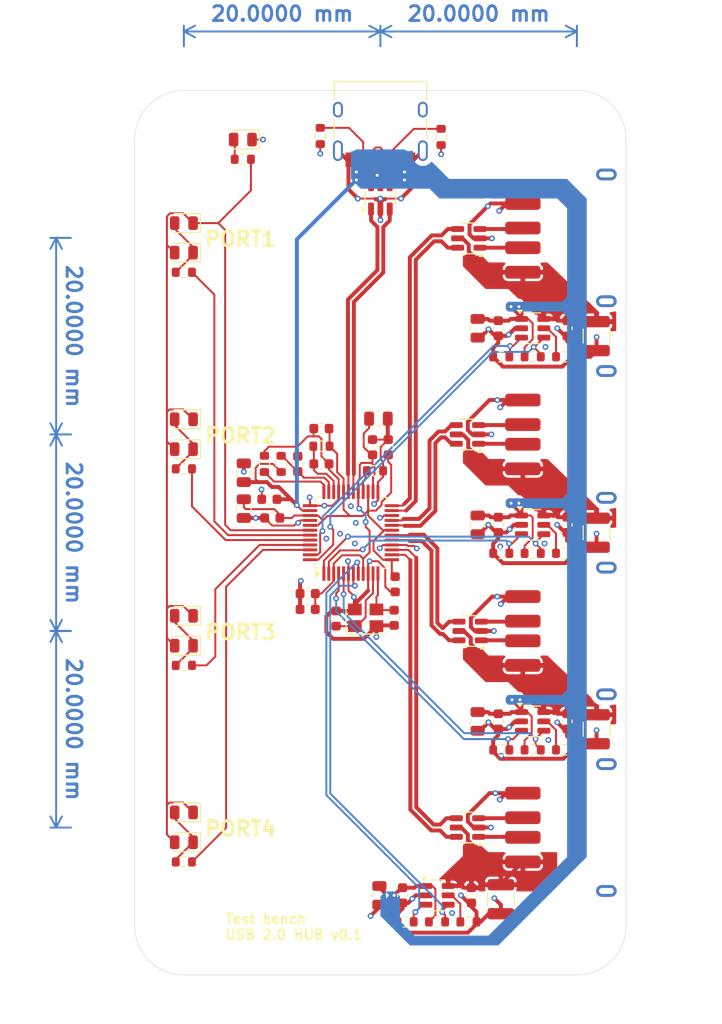
<source format=kicad_pcb>
(kicad_pcb (version 20240108) (generator "pcbnew") (generator_version "8.0")
  (layers (0 "F.Cu" signal) (1 "In1.Cu" signal) (2 "In2.Cu" signal) (31 "B.Cu" signal) (34 "B.Paste" user) (35 "F.Paste" user) (36 "B.SilkS" user "B.Silkscreen") (37 "F.SilkS" user "F.Silkscreen") (38 "B.Mask" user) (39 "F.Mask" user) (44 "Edge.Cuts" user))
  (net 0 "")
  (net 1 "XOUT")
  (net 2 "GND")
  (net 3 "XIN")
  (net 4 "Net-(U1-~{XRSTJ})")
  (net 5 "Net-(U1-VBUSM)")
  (net 6 "5V")
  (net 7 "VUSB1")
  (net 8 "VUSB2")
  (net 9 "VUSB3")
  (net 10 "VUSB4")
  (net 11 "Net-(D1-A)")
  (net 12 "Net-(D3-A)")
  (net 13 "Net-(D5-A)")
  (net 14 "Net-(D7-A)")
  (net 15 "Net-(D9-A)")
  (net 16 "D4-")
  (net 17 "D4+")
  (net 18 "D3-")
  (net 19 "D2-")
  (net 20 "D1+")
  (net 21 "D1-")
  (net 22 "D2+")
  (net 23 "D3+")
  (net 25 "/d-")
  (net 26 "Net-(J5-CC2)")
  (net 27 "/d+")
  (net 28 "Net-(J5-CC1)")
  (net 30 "LED1")
  (net 31 "USB_EN2")
  (net 32 "Net-(U3-ILIM)")
  (net 33 "OVERCURRENT2")
  (net 34 "DRV")
  (net 35 "Net-(U1-REXT)")
  (net 36 "3V3")
  (net 37 "Net-(U1-BUSB)")
  (net 38 "USB_EN1")
  (net 39 "Net-(U2-ILIM)")
  (net 40 "OVERCURRENT1")
  (net 41 "LED2")
  (net 42 "USB_EN3")
  (net 43 "Net-(U4-ILIM)")
  (net 44 "OVERCURRENT3")
  (net 45 "LED3")
  (net 46 "USB_EN4")
  (net 47 "Net-(U5-ILIM)")
  (net 48 "OVERCURRENT4")
  (net 49 "LED4")
  (net 50 "1V8")
  (net 51 "Net-(J1-D-)")
  (net 52 "Net-(J1-D+)")
  (net 53 "Net-(J2-D-)")
  (net 54 "Net-(J2-D+)")
  (net 55 "Net-(J3-D-)")
  (net 56 "Net-(J3-D+)")
  (net 57 "Net-(J4-D+)")
  (net 58 "Net-(J4-D-)")
  (net 59 "Net-(J5-D--PadA7)")
  (net 60 "Net-(J5-D+-PadA6)")
  (footprint "Resistor_SMD:R_0603_1608Metric" (layer "F.Cu") (at 153.179998 54.73 -90)
    (property "Reference" "R5" (hide yes))
    (property "Value" "5k1")
  )
  (footprint "Resistor_SMD:R_0603_1608Metric" (layer "F.Cu") (at 165.7 117.1 180)
    (property "Reference" "R17" (hide yes))
    (property "Value" "10k")
  )
  (footprint "Capacitor_SMD:C_0603_1608Metric" (layer "F.Cu") (at 156.2625 131.9 -90)
    (property "Reference" "C20" (hide yes))
    (property "Value" "100nF")
  )
  (footprint "Resistor_SMD:R_0603_1608Metric" (layer "F.Cu") (at 133 57 180)
    (property "Reference" "R7" (hide yes))
    (property "Value" "R")
  )
  (footprint "Capacitor_SMD:C_0603_1608Metric" (layer "F.Cu") (at 139.6 101.2 180)
    (property "Reference" "C28" (hide yes))
    (property "Value" "100nF")
  )
  (footprint "LED_SMD:LED_0805_2012Metric" (layer "F.Cu") (at 127 83.46 180)
    (property "Reference" "D3" (hide yes))
    (property "Value" "LED")
  )
  (footprint "Resistor_SMD:R_0603_1608Metric" (layer "F.Cu") (at 149.5625 134.6)
    (property "Reference" "R20" (hide yes))
    (property "Value" "100k")
  )
  (footprint "Package_TO_SOT_SMD:SOT-23-6" (layer "F.Cu") (at 155.8625 124.999999 180)
    (property "Reference" "U10" (hide yes))
    (property "Value" "USBLC6-2SC6" (hide yes))
  )
  (footprint "Resistor_SMD:R_0603_1608Metric" (layer "F.Cu") (at 159.3 97.1)
    (property "Reference" "R2" (hide yes))
    (property "Value" "100k")
  )
  (footprint "Resistor_SMD:R_0603_1608Metric" (layer "F.Cu") (at 127 68.5 180)
    (property "Reference" "R1" (hide yes))
    (property "Value" "R")
  )
  (footprint "Capacitor_SMD:C_0805_2012Metric" (layer "F.Cu") (at 146.8 83.4)
    (property "Reference" "C26" (hide yes))
    (property "Value" "10uF")
  )
  (footprint "Resistor_SMD:R_0603_1608Metric" (layer "F.Cu") (at 162.5 97.1 180)
    (property "Reference" "R4" (hide yes))
    (property "Value" "10k")
  )
  (footprint "Package_TO_SOT_SMD:SOT-23-6" (layer "F.Cu") (at 162.5 114.2)
    (property "Reference" "U4" (hide yes))
    (property "Value" "AP22652W6-7")
  )
  (footprint "Capacitor_SMD:C_0805_2012Metric" (layer "F.Cu") (at 156.9 94.2 -90)
    (property "Reference" "C6" (hide yes))
    (property "Value" "10uF")
  )
  (footprint "Package_QFP:LQFP-48_7x7mm_P0.5mm" (layer "F.Cu") (at 144 95 90)
    (property "Reference" "U1" (hide yes))
    (property "Value" "FE1.1")
  )
  (footprint "Resistor_SMD:R_0603_1608Metric" (layer "F.Cu") (at 136.9 88 -90)
    (property "Reference" "R11" (hide yes))
    (property "Value" "47k")
  )
  (footprint "Resistor_SMD:R_0603_1608Metric" (layer "F.Cu") (at 162.5 77.1 180)
    (property "Reference" "R14" (hide yes))
    (property "Value" "10k")
  )
  (footprint "Library:SHOU HAN 10.0 QHHTZB6.3" (layer "F.Cu") (at 170 65 90)
    (property "Reference" "J1" (hide yes))
    (property "Value" "USB_A" (hide yes))
  )
  (footprint "Capacitor_SMD:C_1210_3225Metric" (layer "F.Cu") (at 169 75 -90)
    (property "Reference" "C13" (hide yes))
    (property "Value" "22uF")
  )
  (footprint "Connector_USB:USB_C_Receptacle_HRO_TYPE-C-31-M-12" (layer "F.Cu") (at 147 53 180)
    (property "Reference" "J5" (hide yes))
    (property "Value" "USB_C_Receptacle_USB2.0_16P")
  )
  (footprint "LED_SMD:LED_0805_2012Metric" (layer "F.Cu") (at 127 103.46 180)
    (property "Reference" "D5" (hide yes))
    (property "Value" "LED")
  )
  (footprint "Capacitor_SMD:C_0603_1608Metric" (layer "F.Cu") (at 159 114.2 -90)
    (property "Reference" "C11" (hide yes))
    (property "Value" "100nF")
  )
  (footprint "Capacitor_SMD:C_0805_2012Metric" (layer "F.Cu") (at 156.9 114.2 -90)
    (property "Reference" "C7" (hide yes))
    (property "Value" "10uF")
  )
  (footprint "MountingHole:MountingHole_3.2mm_M3_ISO14580" (layer "F.Cu") (at 167 135)
    (property "Reference" "REF**" (hide yes))
    (property "Value" "MountingHole_3.2mm_M3_ISO14580")
  )
  (footprint "Package_TO_SOT_SMD:SOT-23-6" (layer "F.Cu") (at 156 65.05 180)
    (property "Reference" "U7" (hide yes))
    (property "Value" "USBLC6-2SC6")
  )
  (footprint "Resistor_SMD:R_0603_1608Metric" (layer "F.Cu") (at 141 86.2)
    (property "Reference" "R9" (hide yes))
    (property "Value" "100k")
  )
  (footprint "Capacitor_SMD:C_0603_1608Metric" (layer "F.Cu") (at 166 94.2 -90)
    (property "Reference" "C18" (hide yes))
    (property "Value" "100nF")
  )
  (footprint "LED_SMD:LED_0805_2012Metric" (layer "F.Cu") (at 127 123.46 180)
    (property "Reference" "D7" (hide yes))
    (property "Value" "LED")
  )
  (footprint "Package_TO_SOT_SMD:SOT-23-6" (layer "F.Cu") (at 156.1375 104.999999 180)
    (property "Reference" "U9" (hide yes))
    (property "Value" "USBLC6-2SC6" (hide yes))
  )
  (footprint "Resistor_SMD:R_0603_1608Metric" (layer "F.Cu") (at 165.7 97.1 180)
    (property "Reference" "R3" (hide yes))
    (property "Value" "10k")
  )
  (footprint "Package_TO_SOT_SMD:SOT-23-6" (layer "F.Cu") (at 162.5 94.2)
    (property "Reference" "U3" (hide yes))
    (property "Value" "AP22652W6-7")
  )
  (footprint "MountingHole:MountingHole_3.2mm_M3_ISO14580" (layer "F.Cu") (at 127 135)
    (property "Reference" "REF**" (hide yes))
    (property "Value" "MountingHole_3.2mm_M3_ISO14580")
  )
  (footprint "Resistor_SMD:R_0603_1608Metric" (layer "F.Cu") (at 159.3 77.1)
    (property "Reference" "R12" (hide yes))
    (property "Value" "100k")
  )
  (footprint "Capacitor_SMD:C_0603_1608Metric" (layer "F.Cu") (at 149.2625 131.9 -90)
    (property "Reference" "C12" (hide yes))
    (property "Value" "100nF")
  )
  (footprint "LED_SMD:LED_0805_2012Metric" (layer "F.Cu") (at 127 66.5 180)
    (property "Reference" "D2" (hide yes))
    (property "Value" "LED")
  )
  (footprint "Capacitor_SMD:C_0603_1608Metric" (layer "F.Cu") (at 136 93.5 180)
    (property "Reference" "C22" (hide yes))
    (property "Value" "100nF")
  )
  (footprint "Capacitor_SMD:C_0603_1608Metric" (layer "F.Cu") (at 166 114.2 -90)
    (property "Reference" "C19" (hide yes))
    (property "Value" "100nF")
  )
  (footprint "Resistor_SMD:R_0603_1608Metric" (layer "F.Cu") (at 127 128.5 180)
    (property "Reference" "R23" (hide yes))
    (property "Value" "R")
  )
  (footprint "Resistor_SMD:R_0603_1608Metric" (layer "F.Cu") (at 165.7 77.1 180)
    (property "Reference" "R13" (hide yes))
    (property "Value" "10k")
  )
  (footprint "Capacitor_SMD:C_0603_1608Metric" (layer "F.Cu") (at 159 74.2 -90)
    (property "Reference" "C9" (hide yes))
    (property "Value" "100nF")
  )
  (footprint "LED_SMD:LED_0805_2012Metric" (layer "F.Cu") (at 127 63.5 180)
    (property "Reference" "D1" (hide yes))
    (property "Value" "LED")
  )
  (footprint "Resistor_SMD:R_0603_1608Metric" (layer "F.Cu") (at 146.45 88.7)
    (property "Reference" "R8" (hide yes))
    (property "Value" "2K7 (1%)")
  )
  (footprint "Resistor_SMD:R_0603_1608Metric" (layer "F.Cu") (at 155.9625 134.6 180)
    (property "Reference" "R21" (hide yes))
    (property "Value" "10k")
  )
  (footprint "MountingHole:MountingHole_3.2mm_M3_ISO14580" (layer "F.Cu") (at 167 55)
    (property "Reference" "REF**" (hide yes))
    (property "Value" "MountingHole_3.2mm_M3_ISO14580")
  )
  (footprint "Capacitor_SMD:C_1210_3225Metric" (layer "F.Cu") (at 169 95 -90)
    (property "Reference" "C14" (hide yes))
    (property "Value" "22uF")
  )
  (footprint "Capacitor_SMD:C_0603_1608Metric" (layer "F.Cu") (at 159 94.2 -90)
    (property "Reference" "C10" (hide yes))
    (property "Value" "100nF")
  )
  (footprint "Resistor_SMD:R_0603_1608Metric" (layer "F.Cu") (at 140.879998 54.63 -90)
    (property "Reference" "R6" (hide yes))
    (property "Value" "5k1")
  )
  (footprint "Capacitor_SMD:C_0603_1608Metric" (layer "F.Cu") (at 146.2 86.3 90)
    (property "Reference" "C27" (hide yes))
    (property "Value" "100nF")
  )
  (footprint "Capacitor_SMD:C_0603_1608Metric" (layer "F.Cu") (at 142.5 103.733795 90)
    (property "Reference" "C1" (hide yes))
    (property "Value" "12pF")
  )
  (footprint "Capacitor_SMD:C_1210_3225Metric" (layer "F.Cu") (at 169 115 -90)
    (property "Reference" "C15" (hide yes))
    (property "Value" "22uF")
  )
  (footprint "Package_TO_SOT_SMD:SOT-23-6" (layer "F.Cu") (at 147 60.83 90)
    (property "Reference" "U6" (hide yes))
    (property "Value" "USBLC6-2SC6")
  )
  (footprint "Library:SHOU HAN 10.0 QHHTZB6.3" (layer "F.Cu") (at 170 85 90)
    (property "Reference" "J2" (hide yes))
    (property "Value" "USB_A" (hide yes))
  )
  (footprint "Capacitor_SMD:C_0603_1608Metric" (layer "F.Cu") (at 141 88)
    (property "Reference" "C3" (hide yes))
    (property "Value" "100nF")
  )
  (footprint "Capacitor_SMD:C_0603_1608Metric" (layer "F.Cu") (at 135.7 91.6 180)
    (property "Reference" "C31" (hide yes))
    (property "Value" "100nF")
  )
  (footprint "Library:SHOU HAN 10.0 QHHTZB6.3" (layer "F.Cu") (at 170 105 90)
    (property "Reference" "J3" (hide yes))
    (property "Value" "USB_A" (hide yes))
  )
  (footprint "LED_SMD:LED_0805_2012Metric" (layer "F.Cu") (at 133 55 180)
    (property "Reference" "D9" (hide yes))
    (property "Value" "LED")
  )
  (footprint "Capacitor_SMD:C_0603_1608Metric" (layer "F.Cu") (at 148.5 100.25 -90)
    (property "Reference" "C21" (hide yes))
    (property "Value" "100nF")
  )
  (footprint "Capacitor_SMD:C_0603_1608Metric" (layer "F.Cu") (at 141 84.4 180)
    (property "Reference" "C23" (hide yes))
    (property "Value" "100nF")
  )
  (footprint "Capacitor_SMD:C_0805_2012Metric" (layer "F.Cu") (at 146.9 131.9 -90)
    (property "Reference" "C8" (hide yes))
    (property "Value" "10uF")
  )
  (footprint "LED_SMD:LED_0805_2012Metric" (layer "F.Cu") (at 127 126.5 180)
    (property "Reference" "D8" (hide yes))
    (property "Value" "LED")
  )
  (footprint "Resistor_SMD:R_0603_1608Metric" (layer "F.Cu") (at 127 88.5 180)
    (property "Reference" "R15" (hide yes))
    (property "Value" "R")
  )
  (footprint "Resistor_SMD:R_0603_1608Metric" (layer "F.Cu") (at 152.7625 134.6 180)
    (property "Reference" "R22" (hide yes))
    (property "Value" "10k")
  )
  (footprint "Capacitor_SMD:C_0603_1608Metric" (layer "F.Cu") (at 166 74.2 -90)
    (property "Reference" "C17" (hide yes))
    (property "Value" "100nF")
  )
  (footprint "LED_SMD:LED_0805_2012Metric" (layer "F.Cu") (at 127 86.5 180)
    (property "Reference" "D4" (hide yes))
    (property "Value" "LED")
  )
  (footprint "Crystal:Crystal_SMD_3225-4Pin_3.2x2.5mm" (layer "F.Cu") (at 145.5 103.658795)
    (property "Reference" "Y1" (hide yes))
    (property "Value" "12MHz")
  )
  (footprint "Capacitor_SMD:C_0603_1608Metric" (layer "F.Cu") (at 138.6 88 90)
    (property "Reference" "C4" (hide yes))
    (property "Value" "100nF")
  )
  (footprint "Package_TO_SOT_SMD:SOT-23-6" (layer "F.Cu") (at 152.7625 131.9)
    (property "Reference" "U5" (hide yes))
    (property "Value" "AP22652W6-7")
  )
  (footprint "Capacitor_SMD:C_0603_1608Metric" (layer "F.Cu") (at 148.4 103.658795 -90)
    (property "Reference" "C2" (hide yes))
    (property "Value" "12pF")
  )
  (footprint "Capacitor_SMD:C_1210_3225Metric" (layer "F.Cu") (at 159.2625 132.3 -90)
    (property "Reference" "C16" (hide yes))
    (property "Value" "22uF")
  )
  (footprint "Resistor_SMD:R_0603_1608Metric" (layer "F.Cu") (at 159.3 117.1)
    (property "Reference" "R16" (hide yes))
    (property "Value" "100k")
  )
  (footprint "LED_SMD:LED_0805_2012Metric" (layer "F.Cu") (at 127 106.5 180)
    (property "Reference" "D6" (hide yes))
    (property "Value" "LED")
  )
  (footprint "Library:SHOU HAN 10.0 QHHTZB6.3" (layer "F.Cu") (at 170 125 90)
    (property "Reference" "J4" (hide yes))
    (property "Value" "USB_A" (hide yes))
  )
  (footprint "Capacitor_SMD:C_0603_1608Metric" (layer "F.Cu") (at 147.8 86.3 90)
    (property "Reference" "C24" (hide yes))
    (property "Value" "100nF")
  )
  (footprint "MountingHole:MountingHole_3.2mm_M3_ISO14580" (layer "F.Cu") (at 127 55)
    (property "Reference" "REF**" (hide yes))
    (property "Value" "MountingHole_3.2mm_M3_ISO14580")
  )
  (footprint "Capacitor_SMD:C_0805_2012Metric" (layer "F.Cu") (at 133.1 92.550001 -90)
    (property "Reference" "C25" (hide yes))
    (property "Value" "10uF")
  )
  (footprint "Capacitor_SMD:C_0805_2012Metric" (layer "F.Cu") (at 133.1 88.9 90)
    (property "Reference" "C30" (hide yes))
    (property "Value" "10uF")
  )
  (footprint "Resistor_SMD:R_0603_1608Metric" (layer "F.Cu") (at 127 108.5 180)
    (property "Reference" "R19" (hide yes))
    (property "Value" "R")
  )
  (footprint "Capacitor_SMD:C_0805_2012Metric" (layer "F.Cu") (at 156.9 74.2 -90)
    (property "Reference" "C5" (hide yes))
    (property "Value" "10uF")
  )
  (footprint "Package_TO_SOT_SMD:SOT-23-6" (layer "F.Cu") (at 155.8625 84.999999 180)
    (property "Reference" "U8" (hide yes))
    (property "Value" "USBLC6-2SC6" (hide yes))
  )
  (footprint "Capacitor_SMD:C_0603_1608Metric" (layer "F.Cu") (at 139.6 102.8 180)
    (property "Reference" "C29" (hide yes))
    (property "Value" "100nF")
  )
  (footprint "Resistor_SMD:R_0603_1608Metric" (layer "F.Cu") (at 162.5 117.1 180)
    (property "Reference" "R18" (hide yes))
    (property "Value" "10k")
  )
  (footprint "Package_TO_SOT_SMD:SOT-23-6" (layer "F.Cu") (at 162.5 74.2)
    (property "Reference" "U2" (hide yes))
    (property "Value" "AP22652W6-7")
  )
  (footprint "Resistor_SMD:R_0603_1608Metric" (layer "F.Cu") (at 135.2 88 -90)
    (property "Reference" "R10" (hide yes))
    (property "Value" "100k")
  )
  (gr_line (start 122 55) (end 122 135) (stroke (width 0.05)) (layer "Edge.Cuts"))
  (gr_line (start 172 135) (end 172 55) (stroke (width 0.05)) (layer "Edge.Cuts"))
  (gr_arc (start 122 55) (mid 123.464466 51.464466) (end 127 50) (stroke (width 0.05)) (layer "Edge.Cuts"))
  (gr_line (start 167 140) (end 127 140) (stroke (width 0.05)) (layer "Edge.Cuts"))
  (gr_line (start 167 50) (end 127 50) (stroke (width 0.05)) (layer "Edge.Cuts"))
  (gr_arc (start 167 50) (mid 170.535534 51.464466) (end 172 55) (stroke (width 0.05)) (layer "Edge.Cuts"))
  (gr_arc (start 172 135) (mid 170.535534 138.535534) (end 167 140) (stroke (width 0.05)) (layer "Edge.Cuts"))
  (gr_arc (start 127 140) (mid 123.464466 138.535534) (end 122 135) (stroke (width 0.05)) (layer "Edge.Cuts"))
  (gr_text "PORT3" (at 129 106 0) (layer "F.SilkS") (effects (font (size 1.5 1.5) (thickness 0.3) (bold yes)) (justify left bottom)))
  (gr_text "PORT2" (at 129 86 0) (layer "F.SilkS") (effects (font (size 1.5 1.5) (thickness 0.3) (bold yes)) (justify left bottom)))
  (gr_text "PORT1" (at 129 66 0) (layer "F.SilkS") (effects (font (size 1.5 1.5) (thickness 0.3) (bold yes)) (justify left bottom)))
  (gr_text "Test bench\nUSB 2.0 HUB v0.1" (at 131.1 136.5 0) (layer "F.SilkS") (effects (font (size 1 1) (thickness 0.2) (bold yes)) (justify left bottom)))
  (gr_text "PORT4" (at 129 126 0) (layer "F.SilkS") (effects (font (size 1.5 1.5) (thickness 0.3) (bold yes)) (justify left bottom)))
  (dimension (type aligned) (layer "B.Cu") (pts (xy 167 46) (xy 147 46)) (height 2) (gr_text "20.0000 mm" (at 157 42.2 0) (layer "B.Cu") (effects (font (size 1.5 1.5) (thickness 0.3)))) (format (prefix "") (suffix "") (units 3) (units_format 1) (precision 4)) (style (thickness 0.2) (arrow_length 1.27) (text_position_mode 0) (extension_height 0.58642) (extension_offset 0.5) keep_text_aligned))
  (dimension (type aligned) (layer "B.Cu") (pts (xy 115.999999 105) (xy 116 125)) (height 2) (gr_text "20.0000 mm" (at 115.8 115 270.0000057) (layer "B.Cu") (effects (font (size 1.5 1.5) (thickness 0.3)))) (format (prefix "") (suffix "") (units 3) (units_format 1) (precision 4)) (style (thickness 0.2) (arrow_length 1.27) (text_position_mode 0) (extension_height 0.58642) (extension_offset 0.5) keep_text_aligned))
  (dimension (type aligned) (layer "B.Cu") (pts (xy 116 65) (xy 116.000001 85)) (height 2) (gr_text "20.0000 mm" (at 115.800001 75 270.0000057) (layer "B.Cu") (effects (font (size 1.5 1.5) (thickness 0.3)))) (format (prefix "") (suffix "") (units 3) (units_format 1) (precision 4)) (style (thickness 0.2) (arrow_length 1.27) (text_position_mode 0) (extension_height 0.58642) (extension_offset 0.5) keep_text_aligned))
  (dimension (type aligned) (layer "B.Cu") (pts (xy 116 85) (xy 116.000001 105)) (height 2) (gr_text "20.0000 mm" (at 115.800001 95 270.0000057) (layer "B.Cu") (effects (font (size 1.5 1.5) (thickness 0.3)))) (format (prefix "") (suffix "") (units 3) (units_format 1) (precision 4)) (style (thickness 0.2) (arrow_length 1.27) (text_position_mode 0) (extension_height 0.58642) (extension_offset 0.5) keep_text_aligned))
  (dimension (type aligned) (layer "B.Cu") (pts (xy 147 46) (xy 127 46)) (height 2) (gr_text "20.0000 mm" (at 137 42.2 0) (layer "B.Cu") (effects (font (size 1.5 1.5) (thickness 0.3)))) (format (prefix "") (suffix "") (units 3) (units_format 1) (precision 4)) (style (thickness 0.2) (arrow_length 1.27) (text_position_mode 0) (extension_height 0.58642) (extension_offset 0.5) keep_text_aligned))
  (segment (start 145.5 103.608795) (end 145.5 101.9) (width 0.2) (layer "F.Cu") (net 1))
  (segment (start 145.5 101.9) (end 146.25 101.15) (width 0.2) (layer "F.Cu") (net 1))
  (segment (start 142.5 104.508795) (end 144.4 104.508795) (width 0.2) (layer "F.Cu") (net 1))
  (segment (start 144.6 104.508795) (end 145.5 103.608795) (width 0.2) (layer "F.Cu") (net 1))
  (segment (start 144.4 104.508795) (end 144.6 104.508795) (width 0.2) (layer "F.Cu") (net 1))
  (segment (start 146.25 101.15) (end 146.25 99.1625) (width 0.2) (layer "F.Cu") (net 1))
  (segment (start 147.275 88.7) (end 147.275 87.773696) (width 0.2) (layer "F.Cu") (net 2))
  (segment (start 143.75 57.045) (end 143.75 60.05) (width 0.4) (layer "F.Cu") (net 2))
  (segment (start 147 61.405001) (end 146.649999 61.055) (width 0.4) (layer "F.Cu") (net 2))
  (segment (start 156.1 63.6) (end 156.075 63.625) (width 0.4) (layer "F.Cu") (net 2))
  (segment (start 159.825 94.975) (end 159 94.975) (width 0.4) (layer "F.Cu") (net 2))
  (segment (start 150.25 57.045) (end 150.405 57.045) (width 0.4) (layer "F.Cu") (net 2))
  (segment (start 161.5 81.5) (end 159.95 81.5) (width 0.4) (layer "F.Cu") (net 2))
  (segment (start 168.375001 77.1) (end 166.525 77.1) (width 0.4) (layer "F.Cu") (net 2))
  (segment (start 159.95 81.5) (end 159.2 82.25) (width 0.4) (layer "F.Cu") (net 2))
  (segment (start 155.9 135.7) (end 149.8375 135.7) (width 0.4) (layer "F.Cu") (net 2))
  (segment (start 146.5 61) (end 144.7 61) (width 0.2) (layer "F.Cu") (net 2))
  (segment (start 156.7875 134.6) (end 156.7875 134.8125) (width 0.4) (layer "F.Cu") (net 2))
  (segment (start 155.9 123.705526) (end 155.9 124.394474) (width 0.4) (layer "F.Cu") (net 2))
  (segment (start 138.35 86.25) (end 135.65 86.25) (width 0.2) (layer "F.Cu") (net 2))
  (segment (start 149.8375 135.7) (end 148.7375 134.6) (width 0.4) (layer "F.Cu") (net 2))
  (segment (start 158.78995 95.81005) (end 158.475 96.125) (width 0.4) (layer "F.Cu") (net 2))
  (segment (start 159.2625 133.775001) (end 159.2625 133.0375) (width 0.4) (layer "F.Cu") (net 2))
  (segment (start 142.045603 102.958795) (end 142.5 102.958795) (width 0.4) (layer "F.Cu") (net 2))
  (segment (start 146.675 104.433795) (end 148.4 104.433795) (width 0.4) (layer "F.Cu") (net 2))
  (segment (start 165.625 118) (end 159.2 118) (width 0.4) (layer "F.Cu") (net 2))
  (segment (start 161.5 61.5) (end 158.2 61.5) (width 0.4) (layer "F.Cu") (net 2))
  (segment (start 139.8375 91.4375) (end 139.8375 92.25) (width 0.2) (layer "F.Cu") (net 2))
  (segment (start 135.2 86.7) (end 135.2 87.175) (width 0.2) (layer "F.Cu") (net 2))
  (segment (start 166.525 77.1) (end 165.525 78.1) (width 0.4) (layer "F.Cu") (net 2))
  (segment (start 141.775 88) (end 141 87.225) (width 0.2) (layer "F.Cu") (net 2))
  (segment (start 143.595 57.045) (end 142.68 56.13) (width 0.4) (layer "F.Cu") (net 2))
  (segment (start 133.1 93.5) (end 135.225 93.5) (width 0.4) (layer "F.Cu") (net 2))
  (segment (start 159.475 78.1) (end 158.475 77.1) (width 0.4) (layer "F.Cu") (net 2))
  (segment (start 142.750001 89.550001) (end 141.775 88.575) (width 0.2) (layer "F.Cu") (net 2))
  (segment (start 158.3 85) (end 158.299999 84.999999) (width 0.4) (layer "F.Cu") (net 2))
  (segment (start 147.26538 96.25) (end 148.1625 96.25) (width 0.2) (layer "F.Cu") (net 2))
  (segment (start 157.275 104.999999) (end 158.050001 104.999999) (width 0.4) (layer "F.Cu") (net 2))
  (segment (start 149.825 132.675) (end 149.2625 132.675) (width 0.4) (layer "F.Cu") (net 2))
  (segment (start 166 95.8) (end 166.525 96.325) (width 0.4) (layer "F.Cu") (net 2))
  (segment (start 146.9 133.1) (end 146 134) (width 0.4) (layer "F.Cu") (net 2))
  (segment (start 167.724999 116.475001) (end 167.1 117.1) (width 0.4) (layer "F.Cu") (net 2))
  (segment (start 144.4 102.808795) (end 144.4 101.658795) (width 0.4) (layer "F.Cu") (net 2))
  (segment (start 141.5 105.108795) (end 141.5 103.504398) (width 0.4) (layer "F.Cu") (net 2))
  (segment (start 146.75 89.85) (end 147.275 89.325) (width 0.2) (layer "F.Cu") (net 2))
  (segment (start 158.475 96.125) (end 158.475 97.1) (width 0.4) (layer "F.Cu") (net 2))
  (segment (start 155.9 84.562498) (end 156.337501 84.999999) (width 0.4) (layer "F.Cu") (net 2))
  (segment (start 158.475 117.275) (end 158.475 117.1) (width 0.4) (layer "F.Cu") (net 2))
  (segment (start 166.525 76.025) (end 166.525 77.1) (width 0.4) (layer "F.Cu") (net 2))
  (segment (start 166.525 116.225) (end 166.525 117.1) (width 0.4) (layer "F.Cu") (net 2))
  (segment (start 157.15 115.15) (end 156.9 115.15) (width 0.4) (layer "F.Cu") (net 2))
  (segment (start 156.2125 103.668026) (end 156.2125 104.599998) (width 0.4) (layer "F.Cu") (net 2))
  (segment (start 159.3 117.9) (end 159.2 118) (width 0.4) (layer "F.Cu") (net 2))
  (segment (start 160.6 94.2) (end 159.825 94.975) (width 0.4) (layer "F.Cu") (net 2))
  (segment (start 169 76.475001) (end 169 75.1) (width 0.4) (layer "F.Cu") (net 2))
  (segment (start 149.2625 132.675) (end 149.2625 133.2375) (width 0.4) (layer "F.Cu") (net 2))
  (segment (start 147.39259 93.25) (end 148.1625 93.25) (width 0.2) (layer "F.Cu") (net 2))
  (segment (start 161.3625 74.2) (end 160.7 74.2) (width 0.4) (layer "F.Cu") (net 2))
  (segment (start 156.1 64.674999) (end 156.475001 65.05) (width 0.4) (layer "F.Cu") (net 2))
  (segment (start 159.1 62.25) (end 159.85 61.5) (width 0.4) (layer "F.Cu") (net 2))
  (segment (start 156.2125 104.599998) (end 156.612501 104.999999) (width 0.4) (layer "F.Cu") (net 2))
  (segment (start 144.4 102.808795) (end 144.25 102.958795) (width 0.4) (layer "F.Cu") (net 2))
  (segment (start 166 94.975) (end 166 95.8) (width 0.4) (layer "F.Cu") (net 2))
  (segment (start 144.25 102.958795) (end 142.5 102.958795) (width 0.4) (layer "F.Cu") (net 2))
  (segment (start 146.6 104.508795) (end 145.308795 105.8) (width 0.4) (layer "F.Cu") (net 2))
  (segment (start 148.7375 134.6) (end 148.5 134.6) (width 0.4) (layer "F.Cu") (net 2))
  (segment (start 141.3 92.25) (end 139.8375 92.25) (width 0.2) (layer "F.Cu") (net 2))
  (segment (start 169 96.475001) (end 167.824999 96.475001) (width 0.4) (layer "F.Cu") (net 2))
  (segment (start 133.1 87.950001) (end 133.1 88.8) (width 0.4) (layer "F.Cu") (net 2))
  (segment (start 156.2 104.587498) (end 156.2 103.6) (width 0.2) (layer "F.Cu") (net 2))
  (segment (start 146.6 104.508795) (end 146.675 104.433795) (width 0.4) (layer "F.Cu") (net 2))
  (segment (start 158.55 104.999999) (end 157.275 104.999999) (width 0.4) (layer "F.Cu") (net 2))
  (segment (start 160.7 114.2) (end 159.925 114.975) (width 0.4) (layer "F.Cu") (net 2))
  (segment (start 153.179998 56.5) (end 153.179998 55.555) (width 0.2) (layer "F.Cu") (net 2))
  (segment (start 142.10741 92.25) (end 142.750001 91.607409) (width 0.2) (layer "F.Cu") (net 2))
  (segment (start 136 94.275) (end 135.225 93.5) (width 0.2) (layer "F.Cu") (net 2))
  (segment (start 145.308795 105.8) (end 142.191205 105.8) (width 0.4) (layer "F.Cu") (net 2))
  (segment (start 147 61.405001) (end 147.350001 61.055) (width 0.4) (layer "F.Cu") (net 2))
  (segment (start 165.675 114.975) (end 165 114.3) (width 0.4) (layer "F.Cu") (net 2))
  (segment (start 158.380526 101.5) (end 156.2125 103.668026) (width 0.4) (layer "F.Cu") (net 2))
  (segment (start 143.75 60.05) (end 144.7 61) (width 0.4) (layer "F.Cu") (net 2))
  (segment (start 147 61.5) (end 146.5 61) (width 0.2) (layer "F.Cu") (net 2))
  (segment (start 146.9 132.85) (end 146.9 133.1) (width 0.4) (layer "F.Cu") (net 2))
  (segment (start 138.6 87.225) (end 138.6 86.5) (width 0.2) (layer "F.Cu") (net 2))
  (segment (start 158.475 116.125) (end 158.475 117.1) (width 0.4) (layer "F.Cu") (net 2))
  (segment (start 159 114.975) (end 159 115.6) (width 0.4) (layer "F.Cu") (net 2))
  (segment (start 158.2 61.5) (end 157.925 61.775) (width 0.4) (layer "F.Cu") (net 2))
  (segment (start 155.2 131.9) (end 155.975 132.675) (width 0.4) (layer "F.Cu") (net 2))
  (segment (start 138.6 86.5) (end 138.35 86.25) (width 0.2) (layer "F.Cu") (net 2))
  (segment (start 158.675 74.975) (end 158 74.3) (width 0.4) (layer "F.Cu") (net 2))
  (segment (start 135.65 86.25) (end 135.2 86.7) (width 0.2) (layer "F.Cu") (net 2))
  (segment (start 147 62.0675) (end 147 63.2) (width 0.4) (layer "F.Cu") (net 2))
  (segment (start 159.8 121.5) (end 159.15 122.15) (width 0.4) (layer "F.Cu") (net 2))
  (segment (start 138.874851 93.750001) (end 139.8375 93.750001) (width 0.2) (layer "F.Cu") (net 2))
  (segment (start 147.5 61) (end 147 61.5) (width 0.2) (layer "F.Cu") (net 2))
  (segment (start 159.925 114.975) (end 159 114.975) (width 0.4) (layer "F.Cu") (net 2))
  (segment (start 147.275 87.773696) (end 147.025 87.523696) (width 0.2) (layer "F.Cu") (net 2))
  (segment (start 138.626598 93.998254) (end 138.874851 93.750001) (width 0.2) (layer "F.Cu") (net 2))
  (segment (start 157.15 75.15) (end 158 74.3) (width 0.4) (layer "F.Cu") (net 2))
  (segment (start 158.9 101.5) (end 158.380526 101.5) (width 0.4) (layer "F.Cu") (net 2))
  (segment (start 147.5 98.64259) (end 147.5 100.5) (width 0.2) (layer "F.Cu") (net 2))
  (segment (start 155.9 124.394474) (end 156.505525 124.999999) (width 0.4) (layer "F.Cu") (net 2))
  (segment (start 158.7 121.5) (end 158.105526 121.5) (width 0.4) (layer "F.Cu") (net 2))
  (segment (start 144.4 101.658795) (end 144.3 101.558795) (width 0.4) (layer "F.Cu") (net 2))
  (segment (start 159.3 117.7) (end 159.3 117.9) (width 0.4) (layer "F.Cu") (net 2))
  (segment (start 138.6 86.2) (end 138.6 86.5) (width 0.2) (layer "F.Cu") (net 2))
  (segment (start 159.85 61.5) (end 161.5 61.5) (width 0.4) (layer "F.Cu") (net 2))
  (segment (start 150.6 131.9) (end 149.825 132.675) (width 0.4) (layer "F.Cu") (net 2))
  (segment (start 145.75 99.1625) (end 145.75 100.9) (width 0.2) (layer "F.Cu") (net 2))
  (segment (start 147 60.9) (end 147.155 61.055) (width 0.4) (layer "F.Cu") (net 2))
  (segment (start 158.775 94.975) (end 158 94.2) (width 0.4) (layer "F.Cu") (net 2))
  (segment (start 157.2 134.6) (end 156.7875 134.6) (width 0.4) (layer "F.Cu") (net 2))
  (segment (start 159 95.61005) (end 158.8 95.81005) (width 0.4) (layer "F.Cu") (net 2))
  (segment (start 139.6 85.2) (end 138.6 86.2) (width 0.2) (layer "F.Cu") (net 2))
  (segment (start 147 60.9) (end 146.845 61.055) (width 0.4) (layer "F.Cu") (net 2))
  (segment (start 169 76.475001) (end 168.375001 77.1) (width 0.4) (layer "F.Cu") (net 2))
  (segment (start 138.626598 93.998254) (end 138.501746 93.998254) (width 0.2) (layer "F.Cu") (net 2))
  (segment (start 149.692893 96.25) (end 149.792893 96.35) (width 0.2) (layer "F.Cu") (net 2))
  (segment (start 156.2625 133.0625) (end 156.7875 133.5875) (width 0.4) (layer "F.Cu") (net 2))
  (segment (start 165.775 74.975) (end 165 74.2) (width 0.4) (layer "F.Cu") (net 2))
  (segment (start 161.5 101.5) (end 158.9 101.5) (width 0.4) (layer "F.Cu") (net 2))
  (segment (start 150.45 96.35) (end 150.7 96.6) (width 0.2) (layer "F.Cu") (net 2))
  (segment (start 159 94.975) (end 159 95.61005) (width 0.4) (layer "F.Cu") (net 2))
  (segment (start 143.75 97.95) (end 143.75 99.1625) (width 0.2) (layer "F.Cu") (net 2))
  (segment (start 166 114.975) (end 165.675 114.975) (width 0.4) (layer "F.Cu") (net 2))
  (segment (start 156.7875 133.5875) (end 156.7875 134.6) (width 0.4) (layer "F.Cu") (net 2))
  (segment (start 145.75 98.05) (end 145.9 97.9) (width 0.2) (layer "F.Cu") (net 2))
  (segment (start 142.191205 105.8) (end 141.5 105.108795) (width 0.4) (layer "F.Cu") (net 2))
  (segment (start 155.9 83.705526) (end 155.9 84.562498) (width 0.4) (layer "F.Cu") (net 2))
  (segment (start 161.5 81.5) (end 158.9 81.5) (width 0.4) (layer "F.Cu") (net 2))
  (segment (start 147.5 100.5) (end 148.025 101.025) (width 0.2) (layer "F.Cu") (net 2))
  (segment (start 159 74.975) (end 159 75.7) (width 0.4) (layer "F.Cu") (net 2))
  (segment (start 138.501746 93.998254) (end 138.225 94.275) (width 0.2) (layer "F.Cu") (net 2))
  (segment (start 156.337501 84.999999) (end 157 84.999999) (width 0.4) (layer "F.Cu") (net 2))
  (segment (start 166 114.975) (end 166 115.7) (width 0.4) (layer "F.Cu") (net 2))
  (segment (start 161.5 101.5) (end 160 101.5) (width 0.4) (layer "F.Cu") (net 2))
  (segment (start 150.6 131.9) (end 150.25 132.25) (width 0.4) (layer "F.Cu") (net 2))
  (segment (start 133.937501 55) (end 135.05 55) (width 0.2) (layer "F.Cu") (net 2))
  (segment (start 166 115.7) (end 166.525 116.225) (width 0.4) (layer "F.Cu") (net 2))
  (segment (start 158 114.3) (end 157.15 115.15) (width 0.4) (layer "F.Cu") (net 2))
  (segment (start 140.2 84.425) (end 140.225 84.4) (width 0.2) (layer "F.Cu") (net 2))
  (segment (start 144.3 101.558795) (end 144.3 101.445505) (width 0.2) (layer "F.Cu") (net 2))
  (segment (start 147.025 86.3) (end 147.8 85.525) (width 0.2) (layer "F.Cu") (net 2))
  (segment (start 141 87.225) (end 141 85.45) (width 0.2) (layer "F.Cu") (net 2))
  (segment (start 156.075 63.625) (end 156.075 64.649999) (width 0.4) (layer "F.Cu") (net 2))
  (segment (start 138.825 99.975) (end 138.9 99.9) (width 0.4) (layer "F.Cu") (net 2))
  (segment (start 145.75 99.1625) (end 145.75 98.05) (width 0.2) (layer "F.Cu") (net 2))
  (segment (start 166.525 97.1) (end 166.525 97.375) (width 0.4) (layer "F.Cu") (net 2))
  (segment (start 159.925 74.975) (end 159 74.975) (width 0.4) (layer "F.Cu") (net 2))
  (segment (start 140.75 85.2) (end 139.6 85.2) (width 0.2) (layer "F.Cu") (net 2))
  (segment (start 158.024999 133.775001) (end 157.2 134.6) (width 0.4) (layer "F.Cu") (net 2))
  (segment (start 150.25 59.85) (end 149.1 61) (width 0.4) (layer "F.Cu") (net 2))
  (segment (start 147 62.0675) (end 147 60.9) (width 0.4) (layer "F.Cu") (net 2))
  (segment (start 165.525 78.1) (end 159.475 78.1) (width 0.4) (layer "F.Cu") (net 2))
  (segment (start 158.8 95.81005) (end 158.78995 95.81005) (width 0.4) (layer "F.Cu") (net 2))
  (segment (start 151.625 131.9) (end 150.6 131.9) (width 0.4) (layer "F.Cu") (net 2))
  (segment (start 158.35 65.05) (end 157.1375 65.05) (width 0.4) (layer "F.Cu") (net 2))
  (segment (start 156.2 103.6) (end 158.3 101.5) (width 0.2) (layer "F.Cu") (net 2))
  (segment (start 147.159554 93.483036) (end 147.39259 93.25) (width 0.2) (layer "F.Cu") (net 2))
  (segment (start 165.8 98.1) (end 159.475 98.1) (width 0.4) (layer "F.Cu") (net 2))
  (segment (start 144.3 101.445505) (end 143.75 100.895505) (width 0.2) (layer "F.Cu") (net 2))
  (segment (start 157.275 104.999999) (end 156.612501 104.999999) (width 0.2) (layer "F.Cu") (net 2))
  (segment (start 148.025 101.025) (end 148.5 101.025) (width 0.2) (layer "F.Cu") (net 2))
  (segment (start 156.9 95.15) (end 157.05 95.15) (width 0.4) (layer "F.Cu") (net 2))
  (segment (start 159 74.975) (end 158.675 74.975) (width 0.4) (layer "F.Cu") (net 2))
  (segment (start 160.7 114.2) (end 160.1 114.8) (width 0.4) (layer "F.Cu") (net 2))
  (segment (start 146.956564 93.483036) (end 147.159554 93.483036) (width 0.2) (layer "F.Cu") (net 2))
  (segment (start 155.975 132.675) (end 156.2625 132.675) (width 0.4) (layer "F.Cu") (net 2))
  (segment (start 166 74.975) (end 166 75.5) (width 0.4) (layer "F.Cu") (net 2))
  (segment (start 146.75 90.8375) (end 146.75 89.85) (width 0.2) (layer "F.Cu") (net 2))
  (segment (start 145.9 97.9) (end 146.75741 97.9) (width 0.2) (layer "F.Cu") (net 2))
  (segment (start 169 96.475001) (end 169 95.1) (width 0.4) (layer "F.Cu") (net 2))
  (segment (start 143.7 97.9) (end 143.75 97.95) (width 0.2) (layer "F.Cu") (net 2))
  (segment (start 140.2 85.2) (end 140.2 84.425) (width 0.2) (layer "F.Cu") (net 2))
  (segment (start 156.2625 132.675) (end 156.2625 133.0625) (width 0.4) (layer "F.Cu") (net 2))
  (segment (start 161.3625 94.2) (end 160.6 94.2) (width 0.4) (layer "F.Cu") (net 2))
  (segment (start 147.75 85.475) (end 147.8 85.525) (width 0.4) (layer "F.Cu") (net 2))
  (segment (start 149.792893 96.35) (end 150.45 96.35) (width 0.2) (layer "F.Cu") (net 2))
  (segment (start 166 94.975) (end 165.775 94.975) (width 0.4) (layer "F.Cu") (net 2))
  (segment (start 147 62.0675) (end 147 61.405001) (width 0.4) (layer "F.Cu") (net 2))
  (segment (start 160.7 74.2) (end 160.05 74.85) (width 0.4) (layer "F.Cu") (net 2))
  (segment (start 149.1 61) (end 147.5 61) (width 0.2) (layer "F.Cu") (net 2))
  (segment (start 156.075 64.649999) (end 156.1 64.674999) (width 0.4) (layer "F.Cu") (net 2))
  (segment (start 166.525 117.1) (end 165.625 118) (width 0.4) (layer "F.Cu") (net 2))
  (segment (start 160 101.5) (end 159.25 102.25) (width 0.4) (layer "F.Cu") (net 2))
  (segment (start 146.75 91.688734) (end 146.75 90.8375) (width 0.2) (layer "F.Cu") (net 2))
  (segment (start 159 114.975) (end 158.675 114.975) (width 0.4) (layer "F.Cu") (net 2))
  (segment (start 167.2 97.1) (end 166.525 97.1) (width 0.4) (layer "F.Cu") (net 2))
  (segment (start 138.825 101.2) (end 138.825 102.8) (width 0.4) (layer "F.Cu") (net 2))
  (segment (start 134.925 90.625) (end 134.9 90.6) (width 0.2) (layer "F.Cu") (net 2))
  (segment (start 142.750001 91.607409) (end 142.750001 89.550001) (width 0.2) (layer "F.Cu") (net 2))
  (segment (start 167.1 117.1) (end 166.525 117.1) (width 0.4) (layer "F.Cu") (net 2))
  (segment (start 141.775 88.575) (end 141.775 88) (width 0.2) (layer "F.Cu") (net 2))
  (segment (start 169 116.475001) (end 167.724999 116.475001) (width 0.4) (layer "F.Cu") (net 2))
  (segment (start 140.879998 56.429998) (end 140.879998 55.455) (width 0.2) (layer "F.Cu") (net 2))
  (segment (start 166.525 97.375) (end 165.8 98.1) (width 0.4) (layer "F.Cu") (net 2))
  (segment (start 159.2 118) (end 158.475 117.275) (width 0.4) (layer "F.Cu") (net 2))
  (segment (start 161.5 121.5) (end 158.7 121.5) (width 0.4) (layer "F.Cu") (net 2))
  (segment (start 146.932176 96.583204) (end 147.26538 96.25) (width 0.2) (layer "F.Cu") (net 2))
  (segment (start 141.5 103.504398) (end 142.045603 102.958795) (width 0.4) (layer "F.Cu") (net 2))
  (segment (start 166 75.5) (end 166.525 76.025) (width 0.4) (layer "F.Cu") (net 2))
  (segment (start 146.75741 97.9) (end 147.5 98.64259) (width 0.2) (layer "F.Cu") (net 2))
  (segment (start 157.925 61.775) (end 156.1 63.6) (width 0.4) (layer "F.Cu") (net 2))
  (segment (start 159 75.7) (end 158.475 76.225) (width 0.4) (layer "F.Cu") (net 2))
  (segment (start 141.3 92.25) (end 142.10741 92.25) (width 0.2) (layer "F.Cu") (net 2))
  (segment (start 156.475001 65.05) (end 157.1375 65.05) (width 0.4) (layer "F.Cu") (net 2))
  (segment (start 148.1625 96.25) (end 149.692893 96.25) (width 0.2) (layer "F.Cu") (net 2))
  (segment (start 158.105526 121.5) (end 155.9 123.705526) (width 0.4) (layer "F.Cu") (net 2))
  (segment (start 146.649999 61.055) (end 146.5 61.055) (width 0.4) (layer "F.Cu") (net 2))
  (segment (start 147.75 83.4) (end 147.75 85.475) (width 0.4) (layer "F.Cu") (net 2))
  (segment (start 165.775 94.975) (end 165 94.2) (width 0.4) (layer "F.Cu") (net 2))
  (segment (start 156.9 75.15) (end 157.15 75.15) (width 0.4) (layer "F.Cu") (net 2))
  (segment (start 159.2625 132.8625) (end 159.2625 133.775001) (width 0.4) (layer "F.Cu") (net 2))
  (segment (start 159.475 98.1) (end 158.475 97.1) (width 0.4) (layer "F.Cu") (net 2))
  (segment (start 156.612501 104.999999) (end 156.2 104.587498) (width 0.2) (layer "F.Cu") (net 2))
  (segment (start 140.75 85.2) (end 140.2 85.2) (width 0.2) (layer "F.Cu") (net 2))
  (segment (start 161.5 121.5) (end 159.8 121.5) (width 0.4) (layer "F.Cu") (net 2))
  (segment (start 156.7875 134.8125) (end 155.9 135.7) (width 0.4) (layer "F.Cu") (net 2))
  (segment (start 160.7 74.2) (end 159.925 74.975) (width 0.4) (layer "F.Cu") (net 2))
  (segment (start 166 74.975) (end 165.775 74.975) (width 0.4) (layer "F.Cu") (net 2))
  (segment (start 158.250001 124.999999) (end 157 124.999999) (width 0.4) (layer "F.Cu") (net 2))
  (segment (start 158.105526 81.5) (end 155.9 83.705526) (width 0.4) (layer "F.Cu") (net 2))
  (segment (start 158.9 81.5) (end 158.105526 81.5) (width 0.4) (layer "F.Cu") (net 2))
  (segment (start 147.8 85.525) (end 146.2 85.525) (width 0.2) (layer "F.Cu") (net 2))
  (segment (start 169 115.1) (end 169 116.475001) (width 0.4) (layer "F.Cu") (net 2))
  (segment (start 134.925 91.6) (end 134.925 90.625) (width 0.2) (layer "F.Cu") (net 2))
  (segment (start 143.75 57.045) (end 143.595 57.045) (width 0.4) (layer "F.Cu") (net 2))
  (segment (start 158.475 76.225) (end 158.475 77.1) (width 0.4) (layer "F.Cu") (net 2))
  (segment (start 150.405 57.045) (end 151.32 56.13) (width 0.4) (layer "F.Cu") (net 2))
  (segment (start 160.15 94.65) (end 160.6 94.2) (width 0.4) (layer "F.Cu") (net 2))
  (segment (start 147.155 61.055) (end 147.350001 61.055) (width 0.4) (layer "F.Cu") (net 2))
  (segment (start 158.675 114.975) (end 158 114.3) (width 0.4) (layer "F.Cu") (net 2))
  (segment (start 147.350001 61.055) (end 147.5 61.055) (width 0.4) (layer "F.Cu") (net 2))
  (segment (start 158.3 101.5) (end 161 101.5) (width 0.2) (layer "F.Cu") (net 2))
  (segment (start 156.505525 124.999999) (end 157 124.999999) (width 0.4) (layer "F.Cu") (net 2))
  (segment (start 159 94.975) (end 158.775 94.975) (width 0.4) (layer "F.Cu") (net 2))
  (segment (start 147 62.0675) (end 147 61.5) (width 0.2) (layer "F.Cu") (net 2))
  (segment (start 167.824999 96.475001) (end 167.2 97.1) (width 0.4) (layer "F.Cu") (net 2))
  (segment (start 159.2625 133.775001) (end 158.024999 133.775001) (width 0.4) (layer "F.Cu") (net 2))
  (segment (start 138.825 101.2) (end 138.825 99.975) (width 0.4) (layer "F.Cu") (net 2))
  (segment (start 157.05 95.15) (end 158 94.2) (width 0.4) (layer "F.Cu") (net 2))
  (segment (start 144.4 102.808795) (end 144.4 102.25) (width 0.4) (layer "F.Cu") (net 2))
  (segment (start 158.299999 84.999999) (end 157 84.999999) (width 0.4) (layer "F.Cu") (net 2))
  (segment (start 146.364785 92.073949) (end 146.75 91.688734) (width 0.2) (layer "F.Cu") (net 2))
  (segment (start 150.25 57.045) (end 150.25 59.85) (width 0.4) (layer "F.Cu") (net 2))
  (segment (start 161.3625 114.2) (end 160.7 114.2) (width 0.4) (layer "F.Cu") (net 2))
  (segment (start 141 85.45) (end 140.75 85.2) (width 0.2) (layer "F.Cu") (net 2))
  (segment (start 147.275 89.325) (end 147.275 88.7) (width 0.2) (layer "F.Cu") (net 2))
  (segment (start 159 115.6) (end 158.475 116.125) (width 0.4) (layer "F.Cu") (net 2))
  (segment (start 158.6 132.2) (end 159.2625 132.8625) (width 0.4) (layer "F.Cu") (net 2))
  (segment (start 148.7375 133.7625) (end 148.7375 134.6) (width 0.4) (layer "F.Cu") (net 2))
  (segment (start 138.225 94.275) (end 136 94.275) (width 0.2) (layer "F.Cu") (net 2))
  (segment (start 146.6 104.508795) (end 146.6 105.608795) (width 0.4) (layer "F.Cu") (net 2))
  (segment (start 143.75 100.895505) (end 143.75 99.1625) (width 0.2) (layer "F.Cu") (net 2))
  (segment (start 166.525 96.325) (end 166.525 97.1) (width 0.4) (layer "F.Cu") (net 2))
  (segment (start 146.845 61.055) (end 146.649999 61.055) (width 0.4) (layer "F.Cu") (net 2))
  (segment (start 139.8 91.4) (end 139.8375 91.4375) (width 0.2) (layer "F.Cu") (net 2))
  (segment (start 147.025 87.523696) (end 147.025 86.3) (width 0.2) (layer "F.Cu") (net 2))
  (segment (start 144.4 102.25) (end 145.75 100.9) (width 0.4) (layer "F.Cu") (net 2))
  (segment (start 149.2625 133.2375) (end 148.7375 133.7625) (width 0.4) (layer "F.Cu") (net 2))
  (via (at 141.5 95.6) (size 0.6) (drill 0.3) (layers "F.Cu" "B.Cu") (net 2))
  (via (at 144.7 61) (size 0.6) (drill 0.3) (layers "F.Cu" "B.Cu") (net 2))
  (via (at 169 95.1) (size 0.6) (drill 0.3) (layers "F.Cu" "B.Cu") (net 2))
  (via (at 154.3 133.7) (size 0.6) (drill 0.3) (layers "F.Cu" "B.Cu") (net 2))
  (via (at 165 114.3) (size 0.6) (drill 0.3) (layers "F.Cu" "B.Cu") (net 2))
  (via (at 158.55 104.999999) (size 0.6) (drill 0.3) (layers "F.Cu" "B.Cu") (net 2))
  (via (at 150.7 96.6) (size 0.6) (drill 0.3) (layers "F.Cu" "B.Cu") (net 2))
  (via (at 147 63.2) (size 0.6) (drill 0.3) (layers "F.Cu" "B.Cu") (net 2))
  (via (at 164.1 116.1) (size 0.6) (drill 0.3) (layers "F.Cu" "B.Cu") (net 2))
  (via (at 142.9 95.1) (size 0.6) (drill 0.3) (layers "F.Cu" "B.Cu") (net 2))
  (via (at 146.6 105.608795) (size 0.6) (drill 0.3) (layers "F.Cu" "B.Cu") (net 2))
  (via (at 169 115.1) (size 0.6) (drill 0.3) (layers "F.Cu" "B.Cu") (net 2))
  (via (at 135.05 55) (size 0.6) (drill 0.3) (layers "F.Cu" "B.Cu") (net 2))
  (via (at 159.25 102.25) (size 0.6) (drill 0.3) (layers "F.Cu" "B.Cu") (net 2))
  (via (at 163.7 96.1) (size 0.6) (drill 0.3) (layers "F.Cu" "B.Cu") (net 2))
  (via (at 159.1 62.25) (size 0.6) (drill 0.3) (layers "F.Cu" "B.Cu") (net 2))
  (via (at 159.2 96.4) (size 0.6) (drill 0.3) (layers "F.Cu" "B.Cu") (net 2))
  (via (at 149.1 61) (size 0.6) (drill 0.3) (layers "F.Cu" "B.Cu") (net 2))
  (via (at 158 74.3) (size 0.6) (drill 0.3) (layers "F.Cu" "B.Cu") (net 2))
  (via (at 146.956564 93.483036) (size 0.6) (drill 0.3) (layers "F.Cu" "B.Cu") (net 2))
  (via (at 139.8 91.4) (size 0.6) (drill 0.3) (layers "F.Cu" "B.Cu") (net 2))
  (via (at 159.3 117.7) (size 0.6) (drill 0.3) (layers "F.Cu" "B.Cu") (net 2))
  (via (at 144 92.3) (size 0.6) (drill 0.3) (layers "F.Cu" "B.Cu") (net 2))
  (via (at 158.3 85) (size 0.6) (drill 0.3) (layers "F.Cu" "B.Cu") (net 2))
  (via (at 160.05 74.85) (size 0.6) (drill 0.3) (layers "F.Cu" "B.Cu") (net 2))
  (via (at 141.3 92.25) (size 0.6) (drill 0.3) (layers "F.Cu" "B.Cu") (net 2))
  (via (at 134.3 93.5) (size 0.6) (drill 0.3) (layers "F.Cu" "B.Cu") (net 2))
  (via (at 144.3 101.558795) (size 0.6) (drill 0.3) (layers "F.Cu" "B.Cu") (net 2))
  (via (at 146.364785 92.073949) (size 0.6) (drill 0.3) (layers "F.Cu" "B.Cu") (net 2))
  (via (at 143.7 97.9) (size 0.6) (drill 0.3) (layers "F.Cu" "B.Cu") (net 2))
  (via (at 153.179998 56.5) (size 0.6) (drill 0.3) (layers "F.Cu" "B.Cu") (net 2))
  (via (at 138.626598 93.998254) (size 0.6) (drill 0.3) (layers "F.Cu" "B.Cu") (net 2))
  (via (at 146 134) (size 0.6) (drill 0.3) (layers "F.Cu" "B.Cu") (net 2))
  (via (at 155.2 131.9) (size 0.6) (drill 0.3) (layers "F.Cu" "B.Cu") (net 2))
  (via (at 158.9 101.5) (size 0.6) (drill 0.3) (layers "F.Cu" "B.Cu") (net 2))
  (via (at 160.15 94.65) (size 0.6) (drill 0.3) (layers "F.Cu" "B.Cu") (net 2))
  (via (at 140.879998 56.429998) (size 0.6) (drill 0.3) (layers "F.Cu" "B.Cu") (net 2))
  (via (at 150.25 132.25) (size 0.6) (drill 0.3) (layers "F.Cu" "B.Cu") (net 2))
  (via (at 144.4 96.1) (size 0.6) (drill 0.3) (layers "F.Cu" "B.Cu") (net 2))
  (via (at 157.925 61.775) (size 0.6) (drill 0.3) (layers "F.Cu" "B.Cu") (net 2))
  (via (at 158.7 121.5) (size 0.6) (drill 0.3) (layers "F.Cu" "B.Cu") (net 2))
  (via (at 144.5 94) (size 0.6) (drill 0.3) (layers "F.Cu" "B.Cu") (net 2))
  (via (at 159.15 122.15) (size 0.6) (drill 0.3) (layers "F.Cu" "B.Cu") (net 2))
  (via (at 158.6 132.2) (size 0.6) (drill 0.3) (layers "F.Cu" "B.Cu") (net 2))
  (via (at 146.932176 96.583204) (size 0.6) (drill 0.3) (layers "F.Cu" "B.Cu") (net 2))
  (via (at 160.1 114.8) (size 0.6) (drill 0.3) (layers "F.Cu" "B.Cu") (net 2))
  (via (at 158 114.3) (size 0.6) (drill 0.3) (layers "F.Cu" "B.Cu") (net 2))
  (via (at 165 94.2) (size 0.6) (drill 0.3) (layers "F.Cu" "B.Cu") (net 2))
  (via (at 163.8 76.1) (size 0.6) (drill 0.3) (layers "F.Cu" "B.Cu") (net 2))
  (via (at 169 75.1) (size 0.6) (drill 0.3) (layers "F.Cu" "B.Cu") (net 2))
  (via (at 158.35 65.05) (size 0.6) (drill 0.3) (layers "F.Cu" "B.Cu") (net 2))
  (via (at 159.2 82.25) (size 0.6) (drill 0.3) (layers "F.Cu" "B.Cu") (net 2))
  (via (at 158.250001 124.999999) (size 0.6) (drill 0.3) (layers "F.Cu" "B.Cu") (net 2))
  (via (at 134.9 90.6) (size 0.6) (drill 0.3) (layers "F.Cu" "B.Cu") (net 2))
  (via (at 147 61) (size 0.6) (drill 0.3) (layers "F.Cu" "B.Cu") (net 2))
  (via (at 145.9 97.9) (size 0.6) (drill 0.3) (layers "F.Cu" "B.Cu") (net 2))
  (via (at 158 94.2) (size 0.6) (drill 0.3) (layers "F.Cu" "B.Cu") (net 2))
  (via (at 158.9 81.5) (size 0.6) (drill 0.3) (layers "F.Cu" "B.Cu") (net 2))
  (via (at 165 74.2) (size 0.6) (drill 0.3) (layers "F.Cu" "B.Cu") (net 2))
  (via (at 138.9 99.9) (size 0.6) (drill 0.3) (layers "F.Cu" "B.Cu") (net 2))
  (via (at 133.1 88.8) (size 0.6) (drill 0.3) (layers "F.Cu" "B.Cu") (net 2))
  (segment (start 146.75 101.35) (end 146.6 101.5) (width 0.2) (layer "F.Cu") (net 3))
  (segment (start 146.675 102.883795) (end 146.6 102.808795) (width 0.2) (layer "F.Cu") (net 3))
  (segment (start 146.75 99.1625) (end 146.75 101.35) (width 0.2) (layer "F.Cu") (net 3))
  (segment (start 148.4 102.883795) (end 146.675 102.883795) (width 0.2) (layer "F.Cu") (net 3))
  (segment (start 146.6 101.5) (end 146.6 102.808795) (width 0.2) (layer "F.Cu") (net 3))
  (segment (start 142.25 90.8375) (end 142.25 89.75) (width 0.2) (layer "F.Cu") (net 4))
  (segment (start 142.25 89.75) (end 141.5 89) (width 0.2) (layer "F.Cu") (net 4))
  (segment (start 140.225 88) (end 140.225 86.25) (width 0.2) (layer "F.Cu") (net 4))
  (segment (start 141.5 89) (end 140.6 89) (width 0.2) (layer "F.Cu") (net 4))
  (segment (start 140.225 88.625) (end 140.225 88) (width 0.2) (layer "F.Cu") (net 4))
  (segment (start 140.225 86.25) (end 140.175 86.2) (width 0.2) (layer "F.Cu") (net 4))
  (segment (start 140.6 89) (end 140.225 88.625) (width 0.2) (layer "F.Cu") (net 4))
  (segment (start 138.575 88.775) (end 136.975 87.175) (width 0.2) (layer "F.Cu") (net 5))
  (segment (start 139.225 89.4) (end 138.6 88.775) (width 0.2) (layer "F.Cu") (net 5))
  (segment (start 138.6 88.775) (end 138.575 88.775) (width 0.2) (layer "F.Cu") (net 5))
  (segment (start 141.75 89.85) (end 141.3 89.4) (width 0.2) (layer "F.Cu") (net 5))
  (segment (start 136.975 87.175) (end 136.9 87.175) (width 0.2) (layer "F.Cu") (net 5))
  (segment (start 141.3 89.4) (end 139.225 89.4) (width 0.2) (layer "F.Cu") (net 5))
  (segment (start 141.75 90.8375) (end 141.75 89.85) (width 0.2) (layer "F.Cu") (net 5))
  (segment (start 161.3625 73.0625) (end 161.3625 73.250001) (width 0.4) (layer "F.Cu") (net 6))
  (segment (start 160.075 93.425) (end 159 93.425) (width 0.4) (layer "F.Cu") (net 6))
  (segment (start 137.9 91.6) (end 138.5 92.2) (width 0.4) (layer "F.Cu") (net 6))
  (segment (start 157.95 113.25) (end 158.125 113.425) (width 0.4) (layer "F.Cu") (net 6))
  (segment (start 136.075 88) (end 136.9 88.825) (width 0.2) (layer "F.Cu") (net 6))
  (segment (start 134.3 89.549999) (end 134.3 88.4) (width 0.2) (layer "F.Cu") (net 6))
  (segment (start 147 58.948394) (end 146.6797 58.628094) (width 0.2) (layer "F.Cu") (net 6))
  (segment (start 152.287499 130.95) (end 151.625 130.95) (width 0.2) (layer "F.Cu") (net 6))
  (segment (start 152.6 131.262501) (end 152.287499 130.95) (width 0.2) (layer "F.Cu") (net 6))
  (segment (start 158.05 93.25) (end 156.9 93.25) (width 0.4) (layer "F.Cu") (net 6))
  (segment (start 133.1 89.849999) (end 135.449999 89.849999) (width 0.4) (layer "F.Cu") (net 6))
  (segment (start 162.5 73.7) (end 162.050001 73.250001) (width 0.2) (layer "F.Cu") (net 6))
  (segment (start 146.9 130.95) (end 146.9 131.1) (width 0.4) (layer "F.Cu") (net 6))
  (segment (start 152.6 133.9375) (end 152.6 131.262501) (width 0.2) (layer "F.Cu") (net 6))
  (segment (start 161.675 117.1) (end 161.675 116.140551) (width 0.2) (layer "F.Cu") (net 6))
  (segment (start 157.95 73.25) (end 156.9 73.25) (width 0.4) (layer "F.Cu") (net 6))
  (segment (start 161.3625 112.9625) (end 161.3625 113.250001) (width 0.4) (layer "F.Cu") (net 6))
  (segment (start 160.249999 73.250001) (end 160.075 73.425) (width 0.4) (layer "F.Cu") (net 6))
  (segment (start 134.3 88.4) (end 134.7 88) (width 0.2) (layer "F.Cu") (net 6))
  (segment (start 162.5 93.45) (end 162.3 93.25) (width 0.2) (layer "F.Cu") (net 6))
  (segment (start 158.225 93.425) (end 158.05 93.25) (width 0.4) (layer "F.Cu") (net 6))
  (segment (start 135.949937 90.349937) (end 136.649937 90.349937) (width 0.4) (layer "F.Cu") (net 6))
  (segment (start 150.475 131.125) (end 150.65 130.95) (width 0.4) (layer "F.Cu") (net 6))
  (segment (start 161.1 92) (end 161.3625 92.2625) (width 0.4) (layer "F.Cu") (net 6))
  (segment (start 161.3625 112.1625) (end 161.3625 113.250001) (width 0.4) (layer "F.Cu") (net 6))
  (segment (start 144.549999 57.045) (end 144.549999 58.3) (width 0.2) (layer "F.Cu") (net 6))
  (segment (start 160.175 113.425) (end 160.349999 113.250001) (width 0.4) (layer "F.Cu") (net 6))
  (segment (start 147 59.5925) (end 147 58.948394) (width 0.2) (layer "F.Cu") (net 6))
  (segment (start 158.125 113.425) (end 159 113.425) (width 0.4) (layer "F.Cu") (net 6))
  (segment (start 160.3 92) (end 161.3625 93.0625) (width 0.4) (layer "F.Cu") (net 6))
  (segment (start 160.075 73.425) (end 159 73.425) (width 0.4) (layer "F.Cu") (net 6))
  (segment (start 161.3625 93.0625) (end 161.3625 93.25) (width 0.4) (layer "F.Cu") (net 6))
  (segment (start 156.9 113.25) (end 157.95 113.25) (width 0.4) (layer "F.Cu") (net 6))
  (segment (start 149.2625 131.125) (end 150.475 131.125) (width 0.4) (layer "F.Cu") (net 6))
  (segment (start 150.65 130.95) (end 151.625 130.95) (width 0.4) (layer "F.Cu") (net 6))
  (segment (start 151.9375 134.6) (end 152.6 133.9375) (width 0.2) (layer "F.Cu") (net 6))
  (segment (start 162.4 115.415551) (end 162.4 113.7) (width 0.2) (layer "F.Cu") (net 6))
  (segment (start 159 73.425) (end 158.125 73.425) (width 0.4) (layer "F.Cu") (net 6))
  (segment (start 144.549999 58.3) (end 144.549999 59.1) (width 0.2) (layer "F.Cu") (net 6))
  (segment (start 149.450001 58.3) (end 149.450001 59.1) (width 0.2) (layer "F.Cu") (net 6))
  (segment (start 139.05 92.75) (end 139.8375 92.75) (width 0.2) (layer "F.Cu") (net 6))
  (segment (start 161.675 116.140551) (end 162.4 115.415551) (width 0.2) (layer "F.Cu") (net 6))
  (segment (start 160.4 112) (end 161.3625 112.9625) (width 0.4) (layer "F.Cu") (net 6))
  (segment (start 160.3 72) (end 161.3625 73.0625) (width 0.4) (layer "F.Cu") (net 6))
  (segment (start 149.175 131.125) (end 148.4 131.9) (width 0.4) (layer "F.Cu") (net 6))
  (segment (start 161.675 76.140551) (end 162.5 75.315551) (width 0.2) (layer "F.Cu") (net 6))
  (segment (start 159 93.425) (end 158.225 93.425) (width 0.4) (layer "F.Cu") (net 6))
  (segment (start 161.675 96.332776) (end 162.5 95.507776) (width 0.2) (layer "F.Cu") (net 6))
  (segment (start 161.675 97.1) (end 161.675 96.332776) (width 0.2) (layer "F.Cu") (net 6))
  (segment (start 162.5 95.507776) (end 162.5 93.45) (width 0.2) (layer "F.Cu") (net 6))
  (segment (start 149.450001 57.045) (end 149.450001 58.3) (width 0.2) (layer "F.Cu") (net 6))
  (segment (start 160.349999 113.250001) (end 161.3625 113.250001) (width 0.4) (layer "F.Cu") (net 6))
  (segment (start 162.3 93.25) (end 161.3625 93.25) (width 0.2) (layer "F.Cu") (net 6))
  (segment (start 134.7 88) (end 136.075 88) (width 0.2) (layer "F.Cu") (net 6))
  (segment (start 136.649937 90.349937) (end 138.5 92.2) (width 0.4) (layer "F.Cu") (net 6))
  (segment (start 161.3625 72.2625) (end 161.3625 73.250001) (width 0.4) (layer "F.Cu") (net 6))
  (segment (start 162.4 113.7) (end 161.950001 113.250001) (width 0.2) (layer "F.Cu") (net 6))
  (segment (start 138.5 92.2) (end 139.05 92.75) (width 0.2) (layer "F.Cu") (net 6))
  (segment (start 135.449999 89.849999) (end 135.949937 90.349937) (width 0.4) (layer "F.Cu") (net 6))
  (segment (start 161.2 112) (end 161.3625 112.1625) (width 0.4) (layer "F.Cu") (net 6))
  (segment (start 158.125 73.425) (end 157.95 73.25) (width 0.4) (layer "F.Cu") (net 6))
  (segment (start 134.6 89.849999) (end 134.3 89.549999) (width 0.2) (layer "F.Cu") (net 6))
  (segment (start 136.575 91.6) (end 137.9 91.6) (width 0.4) (layer "F.Cu") (net 6))
  (segment (start 161.3625 93.25) (end 160.25 93.25) (width 0.4) (layer "F.Cu") (net 6))
  (segment (start 161.1 72) (end 161.3625 72.2625) (width 0.4) (layer "F.Cu") (net 6))
  (segment (start 161.3625 92.2625) (end 161.3625 93.25) (width 0.4) (layer "F.Cu") (net 6))
  (segment (start 161.3625 73.250001) (end 160.249999 73.250001) (width 0.4) (layer "F.Cu") (net 6))
  (segment (start 146.9 131.1) (end 147.7 131.9) (width 0.4) (layer "F.Cu") (net 6))
  (segment (start 149.2625 131.125) (end 149.175 131.125) (width 0.4) (layer "F.Cu") (net 6))
  (segment (start 160.25 93.25) (end 160.075 93.425) (width 0.4) (layer "F.Cu") (net 6))
  (segment (start 162.5 75.315551) (end 162.5 73.7) (width 0.2) (layer "F.Cu") (net 6))
  (segment (start 159 113.425) (end 160.175 113.425) (width 0.4) (layer "F.Cu") (net 6))
  (segment (start 161.675 77.1) (end 161.675 76.140551) (width 0.2) (layer "F.Cu") (net 6))
  (segment (start 161.950001 113.250001) (end 161.3625 113.250001) (width 0.2) (layer "F.Cu") (net 6))
  (segment (start 162.050001 73.250001) (end 161.3625 73.250001) (width 0.2) (layer "F.Cu") (net 6))
  (via (at 149.450001 58.3) (size 0.6) (drill 0.3) (layers "F.Cu" "B.Cu") (net 6))
  (via (at 161.1 92) (size 0.6) (drill 0.3) (layers "F.Cu" "B.Cu") (net 6))
  (via (at 149.450001 59.1) (size 0.6) (drill 0.3) (layers "F.Cu" "B.Cu") (net 6))
  (via (at 146.6797 58.628094) (size 0.6) (drill 0.3) (layers "F.Cu" "B.Cu") (net 6))
  (via (at 144.549999 59.1) (size 0.6) (drill 0.3) (layers "F.Cu" "B.Cu") (net 6))
  (via (at 144.549999 58.3) (size 0.6) (drill 0.3) (layers "F.Cu" "B.Cu") (net 6))
  (via (at 160.4 112) (size 0.6) (drill 0.3) (layers "F.Cu" "B.Cu") (net 6))
  (via (at 160.3 92) (size 0.6) (drill 0.3) (layers "F.Cu" "B.Cu") (net 6))
  (via (at 161.1 72) (size 0.6) (drill 0.3) (layers "F.Cu" "B.Cu") (net 6))
  (via (at 160.3 72) (size 0.6) (drill 0.3) (layers "F.Cu" "B.Cu") (net 6))
  (via (at 161.2 112) (size 0.6) (drill 0.3) (layers "F.Cu" "B.Cu") (net 6))
  (via (at 138.5 92.2) (size 0.6) (drill 0.3) (layers "F.Cu" "B.Cu") (net 6))
  (via (at 148.4 131.9) (size 0.6) (drill 0.3) (layers "F.Cu" "B.Cu") (net 6))
  (via (at 147.7 131.9) (size 0.6) (drill 0.3) (layers "F.Cu" "B.Cu") (net 6))
  (segment (start 138.5 65.149999) (end 144.549999 59.1) (width 0.4) (layer "B.Cu") (net 6))
  (segment (start 138.5 92.2) (end 138.5 65.149999) (width 0.4) (layer "B.Cu") (net 6))
  (segment (start 166 73.425) (end 165.025 73.425) (width 0.4) (layer "F.Cu") (net 7))
  (segment (start 162.1 71.7) (end 162.093749 71.706251) (width 0.4) (layer "F.Cu") (net 7))
  (segment (start 164.850001 73.250001) (end 163.6375 73.250001) (width 0.4) (layer "F.Cu") (net 7))
  (segment (start 167.225 73.425) (end 166 73.425) (width 0.4) (layer "F.Cu") (net 7))
  (segment (start 162.093749 71.706251) (end 163.6375 73.250001) (width 0.4) (layer "F.Cu") (net 7))
  (segment (start 161.5 71.112501) (end 162.093749 71.706251) (width 0.4) (layer "F.Cu") (net 7))
  (segment (start 156 66.4) (end 156 65.693025) (width 0.4) (layer "F.Cu") (net 7))
  (segment (start 169 73.524999) (end 169 72.6) (width 0.4) (layer "F.Cu") (net 7))
  (segment (start 161.5 68.5) (end 158.1 68.5) (width 0.4) (layer "F.Cu") (net 7))
  (segment (start 169 72.6) (end 168.1 71.7) (width 0.4) (layer "F.Cu") (net 7))
  (segment (start 155.356975 65.05) (end 154.8625 65.05) (width 0.4) (layer "F.Cu") (net 7))
  (segment (start 158.1 68.5) (end 156 66.4) (width 0.4) (layer "F.Cu") (net 7))
  (segment (start 156 65.693025) (end 155.356975 65.05) (width 0.4) (layer "F.Cu") (net 7))
  (segment (start 165.025 73.425) (end 164.850001 73.250001) (width 0.4) (layer "F.Cu") (net 7))
  (segment (start 161.5 68.5) (end 161.5 71.112501) (width 0.4) (layer "F.Cu") (net 7))
  (segment (start 169 73.524999) (end 167.324999 73.524999) (width 0.4) (layer "F.Cu") (net 7))
  (segment (start 167.324999 73.524999) (end 167.225 73.425) (width 0.4) (layer "F.Cu") (net 7))
  (segment (start 168.1 71.7) (end 162.1 71.7) (width 0.4) (layer "F.Cu") (net 7))
  (segment (start 167.125 93.425) (end 166 93.425) (width 0.4) (layer "F.Cu") (net 8))
  (segment (start 155.9375 86.3375) (end 158.1 88.5) (width 0.4) (layer "F.Cu") (net 8))
  (segment (start 155.9375 85.55) (end 155.9375 86.3375) (width 0.4) (layer "F.Cu") (net 8))
  (segment (start 164.85 93.25) (end 163.6375 93.25) (width 0.4) (layer "F.Cu") (net 8))
  (segment (start 169 92.6) (end 168.00625 91.60625) (width 0.4) (layer "F.Cu") (net 8))
  (segment (start 168.00625 91.60625) (end 161.99375 91.60625) (width 0.4) (layer "F.Cu") (net 8))
  (segment (start 169 93.524999) (end 169 92.6) (width 0.4) (layer "F.Cu") (net 8))
  (segment (start 166 93.425) (end 165.025 93.425) (width 0.4) (layer "F.Cu") (net 8))
  (segment (start 169 93.524999) (end 167.224999 93.524999) (width 0.4) (layer "F.Cu") (net 8))
  (segment (start 165.025 93.425) (end 164.85 93.25) (width 0.4) (layer "F.Cu") (net 8))
  (segment (start 161.5 91.1125) (end 161.5 88.5) (width 0.4) (layer "F.Cu") (net 8))
  (segment (start 161.99375 91.60625) (end 161.5 91.1125) (width 0.4) (layer "F.Cu") (net 8))
  (segment (start 155.387499 84.999999) (end 155.9375 85.55) (width 0.4) (layer "F.Cu") (net 8))
  (segment (start 167.224999 93.524999) (end 167.125 93.425) (width 0.4) (layer "F.Cu") (net 8))
  (segment (start 154.725 84.999999) (end 155.387499 84.999999) (width 0.4) (layer "F.Cu") (net 8))
  (segment (start 158.1 88.5) (end 161.5 88.5) (width 0.4) (layer "F.Cu") (net 8))
  (segment (start 163.6375 93.25) (end 161.99375 91.60625) (width 0.4) (layer "F.Cu") (net 8))
  (segment (start 155 104.999999) (end 155.494475 104.999999) (width 0.4) (layer "F.Cu") (net 9))
  (segment (start 169 113.524999) (end 167.024999 113.524999) (width 0.4) (layer "F.Cu") (net 9))
  (segment (start 161.5 111.112501) (end 161.5 108.5) (width 0.4) (layer "F.Cu") (net 9))
  (segment (start 167.024999 113.524999) (end 166.925 113.425) (width 0.4) (layer "F.Cu") (net 9))
  (segment (start 166.925 113.425) (end 166 113.425) (width 0.4) (layer "F.Cu") (net 9))
  (segment (start 158.380528 108.5) (end 161.5 108.5) (width 0.4) (layer "F.Cu") (net 9))
  (segment (start 165.025 113.425) (end 164.850001 113.250001) (width 0.4) (layer "F.Cu") (net 9))
  (segment (start 156.2 106.319472) (end 158.380528 108.5) (width 0.4) (layer "F.Cu") (net 9))
  (segment (start 163.6375 113.250001) (end 161.5 111.112501) (width 0.4) (layer "F.Cu") (net 9))
  (segment (start 155.494475 104.999999) (end 156.2 105.705524) (width 0.4) (layer "F.Cu") (net 9))
  (segment (start 166 113.425) (end 165.025 113.425) (width 0.4) (layer "F.Cu") (net 9))
  (segment (start 164.850001 113.250001) (end 163.6375 113.250001) (width 0.4) (layer "F.Cu") (net 9))
  (segment (start 156.2 105.705524) (end 156.2 106.319472) (width 0.4) (layer "F.Cu") (net 9))
  (segment (start 155.425 131.125) (end 155.25 130.95) (width 0.4) (layer "F.Cu") (net 10))
  (segment (start 159.2625 130.824999) (end 159.2625 130.7375) (width 0.4) (layer "F.Cu") (net 10))
  (segment (start 155.905528 126.3) (end 155.9 126.3) (width 0.4) (layer "F.Cu") (net 10))
  (segment (start 155.9 126.3) (end 155.9 125.680524) (width 0.4) (layer "F.Cu") (net 10))
  (segment (start 159.2625 130.7375) (end 161.5 128.5) (width 0.4) (layer "F.Cu") (net 10))
  (segment (start 159.2625 130.824999) (end 157.575001 130.824999) (width 0.4) (layer "F.Cu") (net 10))
  (segment (start 157.275 131.125) (end 156.2625 131.125) (width 0.4) (layer "F.Cu") (net 10))
  (segment (start 155.25 130.95) (end 153.9 130.95) (width 0.4) (layer "F.Cu") (net 10))
  (segment (start 157.575001 130.824999) (end 157.275 131.125) (width 0.4) (layer "F.Cu") (net 10))
  (segment (start 155.219475 124.999999) (end 154.725 124.999999) (width 0.4) (layer "F.Cu") (net 10))
  (segment (start 155.9 125.680524) (end 155.219475 124.999999) (width 0.4) (layer "F.Cu") (net 10))
  (segment (start 161.5 128.5) (end 158.105528 128.5) (width 0.4) (layer "F.Cu") (net 10))
  (segment (start 156.2625 131.125) (end 155.425 131.125) (width 0.4) (layer "F.Cu") (net 10))
  (segment (start 158.105528 128.5) (end 155.905528 126.3) (width 0.4) (layer "F.Cu") (net 10))
  (segment (start 126.062499 64.062499) (end 127.937501 65.937501) (width 0.2) (layer "F.Cu") (net 11))
  (segment (start 127.937501 66.737499) (end 126.175 68.5) (width 0.2) (layer "F.Cu") (net 11))
  (segment (start 127.937501 66.5) (end 127.937501 66.737499) (width 0.2) (layer "F.Cu") (net 11))
  (segment (start 127.937501 65.937501) (end 127.937501 66.5) (width 0.2) (layer "F.Cu") (net 11))
  (segment (start 126.062499 63.5) (end 126.062499 64.062499) (width 0.2) (layer "F.Cu") (net 11))
  (segment (start 127.937501 86.5) (end 127.937501 86.712499) (width 0.2) (layer "F.Cu") (net 12))
  (segment (start 126.062499 83.46) (end 126.062499 84.062499) (width 0.2) (layer "F.Cu") (net 12))
  (segment (start 127.937501 85.937501) (end 127.937501 86.5) (width 0.2) (layer "F.Cu") (net 12))
  (segment (start 127.937501 86.712499) (end 126.175 88.475) (width 0.2) (layer "F.Cu") (net 12))
  (segment (start 126.062499 84.062499) (end 127.937501 85.937501) (width 0.2) (layer "F.Cu") (net 12))
  (segment (start 126.175 88.475) (end 126.175 88.5) (width 0.2) (layer "F.Cu") (net 12))
  (segment (start 126.062499 104.093749) (end 127.937501 105.968751) (width 0.2) (layer "F.Cu") (net 13))
  (segment (start 127.937501 106.737499) (end 126.175 108.5) (width 0.2) (layer "F.Cu") (net 13))
  (segment (start 127.937501 105.968751) (end 127.937501 106.5) (width 0.2) (layer "F.Cu") (net 13))
  (segment (start 126.062499 103.46) (end 126.062499 104.093749) (width 0.2) (layer "F.Cu") (net 13))
  (segment (start 127.937501 106.5) (end 127.937501 106.737499) (width 0.2) (layer "F.Cu") (net 13))
  (segment (start 126.062499 123.46) (end 126.062499 124.093749) (width 0.2) (layer "F.Cu") (net 14))
  (segment (start 126.062499 124.093749) (end 127.937501 125.968751) (width 0.2) (layer "F.Cu") (net 14))
  (segment (start 127.937501 125.968751) (end 127.937501 126.5) (width 0.2) (layer "F.Cu") (net 14))
  (segment (start 126.175 128.262501) (end 126.175 128.5) (width 0.2) (layer "F.Cu") (net 14))
  (segment (start 127.937501 126.5) (end 126.175 128.262501) (width 0.2) (layer "F.Cu") (net 14))
  (segment (start 132.175 55.112501) (end 132.175 57) (width 0.2) (layer "F.Cu") (net 15))
  (segment (start 132.062499 55) (end 132.175 55.112501) (width 0.2) (layer "F.Cu") (net 15))
  (segment (start 149.504557 97.25) (end 148.1625 97.25) (width 0.2) (layer "F.Cu") (net 16))
  (segment (start 153.08125 125.299999) (end 153.731249 125.949998) (width 0.4) (layer "F.Cu") (net 16))
  (segment (start 150.05 97.795443) (end 150.05 123.174266) (width 0.4) (layer "F.Cu") (net 16))
  (segment (start 150.05 123.174266) (end 152.175733 125.299999) (width 0.4) (layer "F.Cu") (net 16))
  (segment (start 152.175733 125.299999) (end 153.08125 125.299999) (width 0.4) (layer "F.Cu") (net 16))
  (segment (start 150.05 97.795443) (end 149.504557 97.25) (width 0.2) (layer "F.Cu") (net 16))
  (segment (start 153.731249 125.949998) (end 154.725 125.949998) (width 0.4) (layer "F.Cu") (net 16))
  (segment (start 150.65 97.546911) (end 150.65 122.925734) (width 0.4) (layer "F.Cu") (net 17))
  (segment (start 152.424265 124.699999) (end 153.08125 124.699999) (width 0.4) (layer "F.Cu") (net 17))
  (segment (start 150.65 97.546911) (end 149.853089 96.75) (width 0.2) (layer "F.Cu") (net 17))
  (segment (start 153.08125 124.699999) (end 153.731249 124.05) (width 0.4) (layer "F.Cu") (net 17))
  (segment (start 153.731249 124.05) (end 154.725 124.05) (width 0.4) (layer "F.Cu") (net 17))
  (segment (start 149.853089 96.75) (end 148.1625 96.75) (width 0.2) (layer "F.Cu") (net 17))
  (segment (start 150.65 122.925734) (end 152.424265 124.699999) (width 0.4) (layer "F.Cu") (net 17))
  (segment (start 153.35625 105.299999) (end 154.006249 105.949998) (width 0.4) (layer "F.Cu") (net 18))
  (segment (start 154.006249 105.949998) (end 155 105.949998) (width 0.4) (layer "F.Cu") (net 18))
  (segment (start 150 95.85) (end 149.9 95.75) (width 0.2) (layer "F.Cu") (net 18))
  (segment (start 151.225734 95.85) (end 152.2 96.824266) (width 0.4) (layer "F.Cu") (net 18))
  (segment (start 150 95.85) (end 151.225734 95.85) (width 0.4) (layer "F.Cu") (net 18))
  (segment (start 152.2 104.424266) (end 153.075733 105.299999) (width 0.4) (layer "F.Cu") (net 18))
  (segment (start 153.075733 105.299999) (end 153.35625 105.299999) (width 0.4) (layer "F.Cu") (net 18))
  (segment (start 152.2 96.824266) (end 152.2 104.424266) (width 0.4) (layer "F.Cu") (net 18))
  (segment (start 149.9 95.75) (end 148.1625 95.75) (width 0.2) (layer "F.Cu") (net 18))
  (segment (start 152.6 85.874266) (end 153.174267 85.299999) (width 0.4) (layer "F.Cu") (net 19))
  (segment (start 149.4 94.25) (end 148.1625 94.25) (width 0.2) (layer "F.Cu") (net 19))
  (segment (start 149.45 94.3) (end 151.074266 94.3) (width 0.4) (layer "F.Cu") (net 19))
  (segment (start 154.230525 85.949998) (end 154.725 85.949998) (width 0.4) (layer "F.Cu") (net 19))
  (segment (start 153.580526 85.299999) (end 154.230525 85.949998) (width 0.4) (layer "F.Cu") (net 19))
  (segment (start 152.6 92.774266) (end 152.6 85.874266) (width 0.4) (layer "F.Cu") (net 19))
  (segment (start 153.174267 85.299999) (end 153.580526 85.299999) (width 0.4) (layer "F.Cu") (net 19))
  (segment (start 149.45 94.3) (end 149.4 94.25) (width 0.2) (layer "F.Cu") (net 19))
  (segment (start 151.074266 94.3) (end 152.6 92.774266) (width 0.4) (layer "F.Cu") (net 19))
  (segment (start 149.25 92.25) (end 148.1625 92.25) (width 0.2) (layer "F.Cu") (net 20))
  (segment (start 149.425 92.075) (end 149.25 92.25) (width 0.2) (layer "F.Cu") (net 20))
  (segment (start 153.21875 64.75) (end 153.868749 64.100001) (width 0.4) (layer "F.Cu") (net 20))
  (segment (start 149.425 92.075) (end 150 91.5) (width 0.4) (layer "F.Cu") (net 20))
  (segment (start 150 66.975734) (end 152.225734 64.75) (width 0.4) (layer "F.Cu") (net 20))
  (segment (start 150 91.5) (end 150 66.975734) (width 0.4) (layer "F.Cu") (net 20))
  (segment (start 152.225734 64.75) (end 153.21875 64.75) (width 0.4) (layer "F.Cu") (net 20))
  (segment (start 153.868749 64.100001) (end 154.8625 64.100001) (width 0.4) (layer "F.Cu") (net 20))
  (segment (start 153.21875 65.35) (end 153.868749 65.999999) (width 0.4) (layer "F.Cu") (net 21))
  (segment (start 149.624266 92.75) (end 150.6 91.774266) (width 0.4) (layer "F.Cu") (net 21))
  (segment (start 149.624266 92.75) (end 148.1625 92.75) (width 0.2) (layer "F.Cu") (net 21))
  (segment (start 152.474266 65.35) (end 153.21875 65.35) (width 0.4) (layer "F.Cu") (net 21))
  (segment (start 150.6 67.224266) (end 152.474266 65.35) (width 0.4) (layer "F.Cu") (net 21))
  (segment (start 153.868749 65.999999) (end 154.8625 65.999999) (width 0.4) (layer "F.Cu") (net 21))
  (segment (start 150.6 91.774266) (end 150.6 67.224266) (width 0.4) (layer "F.Cu") (net 21))
  (segment (start 152.925735 84.699999) (end 153.580526 84.699999) (width 0.4) (layer "F.Cu") (net 22))
  (segment (start 149.35 93.6) (end 149.199999 93.750001) (width 0.2) (layer "F.Cu") (net 22))
  (segment (start 149.35 93.6) (end 150.925734 93.6) (width 0.4) (layer "F.Cu") (net 22))
  (segment (start 152 85.625734) (end 152.925735 84.699999) (width 0.4) (layer "F.Cu") (net 22))
  (segment (start 149.199999 93.750001) (end 148.1625 93.750001) (width 0.2) (layer "F.Cu") (net 22))
  (segment (start 150.925734 93.6) (end 152 92.525734) (width 0.4) (layer "F.Cu") (net 22))
  (segment (start 154.230525 84.05) (end 154.725 84.05) (width 0.4) (layer "F.Cu") (net 22))
  (segment (start 153.580526 84.699999) (end 154.230525 84.05) (width 0.4) (layer "F.Cu") (net 22))
  (segment (start 152 92.525734) (end 152 85.625734) (width 0.4) (layer "F.Cu") (net 22))
  (segment (start 149.95 95.25) (end 148.1625 95.25) (width 0.2) (layer "F.Cu") (net 23))
  (segment (start 150 95.2) (end 149.95 95.25) (width 0.2) (layer "F.Cu") (net 23))
  (segment (start 153.324265 104.699999) (end 153.35625 104.699999) (width 0.4) (layer "F.Cu") (net 23))
  (segment (start 153.35625 104.699999) (end 154.006249 104.05) (width 0.4) (layer "F.Cu") (net 23))
  (segment (start 152.8 104.175734) (end 153.324265 104.699999) (width 0.4) (layer "F.Cu") (net 23))
  (segment (start 150 95.2) (end 151.424262 95.2) (width 0.4) (layer "F.Cu") (net 23))
  (segment (start 151.424262 95.2) (end 152.8 96.575738) (width 0.4) (layer "F.Cu") (net 23))
  (segment (start 154.006249 104.05) (end 155 104.05) (width 0.4) (layer "F.Cu") (net 23))
  (segment (start 152.8 96.575738) (end 152.8 104.175734) (width 0.4) (layer "F.Cu") (net 23))
  (segment (start 147.3 68.524266) (end 147.3 63.88995) (width 0.4) (layer "F.Cu") (net 25))
  (segment (start 144.25 89.1) (end 144.25 90.8375) (width 0.2) (layer "F.Cu") (net 25))
  (segment (start 144.3 89.05) (end 144.3 71.524266) (width 0.4) (layer "F.Cu") (net 25))
  (segment (start 144.3 71.524266) (end 147.3 68.524266) (width 0.4) (layer "F.Cu") (net 25))
  (segment (start 147.3 63.88995) (end 147.949999 63.239951) (width 0.4) (layer "F.Cu") (net 25))
  (segment (start 147.949999 63.239951) (end 147.949999 62.0675) (width 0.4) (layer "F.Cu") (net 25))
  (segment (start 144.3 89.05) (end 144.25 89.1) (width 0.2) (layer "F.Cu") (net 25))
  (segment (start 145.25 55.25) (end 145.25 57.045) (width 0.2) (layer "F.Cu") (net 26))
  (segment (start 140.879998 53.805) (end 143.805 53.805) (width 0.2) (layer "F.Cu") (net 26))
  (segment (start 143.805 53.805) (end 145.25 55.25) (width 0.2) (layer "F.Cu") (net 26))
  (segment (start 146.050001 63.239951) (end 146.050001 62.0675) (width 0.4) (layer "F.Cu") (net 27))
  (segment (start 143.7 71.275734) (end 146.7 68.275734) (width 0.4) (layer "F.Cu") (net 27))
  (segment (start 146.7 63.88995) (end 146.050001 63.239951) (width 0.4) (layer "F.Cu") (net 27))
  (segment (start 143.75 89.1) (end 143.75 90.8375) (width 0.2) (layer "F.Cu") (net 27))
  (segment (start 143.7 89.05) (end 143.75 89.1) (width 0.2) (layer "F.Cu") (net 27))
  (segment (start 146.7 68.275734) (end 146.7 63.88995) (width 0.4) (layer "F.Cu") (net 27))
  (segment (start 143.7 89.05) (end 143.7 71.275734) (width 0.4) (layer "F.Cu") (net 27))
  (segment (start 148.25 56.059998) (end 148.25 57.044999) (width 0.2) (layer "F.Cu") (net 28))
  (segment (start 150.404998 53.905) (end 148.25 56.059998) (width 0.2) (layer "F.Cu") (net 28))
  (segment (start 153.179998 53.905) (end 150.404998 53.905) (width 0.2) (layer "F.Cu") (net 28))
  (segment (start 131.5 95.25) (end 130.1 93.85) (width 0.2) (layer "F.Cu") (net 30))
  (segment (start 130.1 70.775) (end 127.825 68.5) (width 0.2) (layer "F.Cu") (net 30))
  (segment (start 130.1 93.85) (end 130.1 70.775) (width 0.2) (layer "F.Cu") (net 30))
  (segment (start 139.8375 95.25) (end 131.5 95.25) (width 0.2) (layer "F.Cu") (net 30))
  (segment (start 160.1 96.1) (end 160.4125 96.1) (width 0.2) (layer "F.Cu") (net 31))
  (segment (start 142.9 96.8) (end 141.75 97.95) (width 0.2) (layer "F.Cu") (net 31))
  (segment (start 160.1 96.1) (end 160.1 97.075) (width 0.2) (layer "F.Cu") (net 31))
  (segment (start 145.2 96.7) (end 145.1 96.8) (width 0.2) (layer "F.Cu") (net 31))
  (segment (start 160.1 97.075) (end 160.125 97.1) (width 0.2) (layer "F.Cu") (net 31))
  (segment (start 145.1 96.8) (end 142.9 96.8) (width 0.2) (layer "F.Cu") (net 31))
  (segment (start 141.75 97.95) (end 141.75 99.1625) (width 0.2) (layer "F.Cu") (net 31))
  (segment (start 160.4125 96.1) (end 161.3625 95.15) (width 0.2) (layer "F.Cu") (net 31))
  (via (at 160.1 96.1) (size 0.6) (drill 0.3) (layers "F.Cu" "B.Cu") (net 31))
  (via (at 145.2 96.7) (size 0.6) (drill 0.3) (layers "F.Cu" "B.Cu") (net 31))
  (segment (start 159.8 95.8) (end 160.1 96.1) (width 0.2) (layer "B.Cu") (net 31))
  (segment (start 145.2 96.7) (end 146.1 95.8) (width 0.2) (layer "B.Cu") (net 31))
  (segment (start 146.1 95.8) (end 159.8 95.8) (width 0.2) (layer "B.Cu") (net 31))
  (segment (start 164.875 95.084448) (end 163.990552 94.2) (width 0.2) (layer "F.Cu") (net 32))
  (segment (start 164.875 97.1) (end 164.875 95.084448) (width 0.2) (layer "F.Cu") (net 32))
  (segment (start 163.990552 94.2) (end 163.6375 94.2) (width 0.2) (layer "F.Cu") (net 32))
  (segment (start 141.25 97.85) (end 141.25 99.1625) (width 0.2) (layer "F.Cu") (net 33))
  (segment (start 143.7 95.4) (end 141.25 97.85) (width 0.2) (layer "F.Cu") (net 33))
  (segment (start 163.325 97.1) (end 163.325 96.625) (width 0.2) (layer "F.Cu") (net 33))
  (segment (start 162.8 95.9875) (end 163.6375 95.15) (width 0.2) (layer "F.Cu") (net 33))
  (segment (start 162.8 96.1) (end 162.8 95.9875) (width 0.2) (layer "F.Cu") (net 33))
  (segment (start 163.325 96.625) (end 162.8 96.1) (width 0.2) (layer "F.Cu") (net 33))
  (via (at 162.8 96.1) (size 0.6) (drill 0.3) (layers "F.Cu" "B.Cu") (net 33))
  (via (at 143.7 95.4) (size 0.6) (drill 0.3) (layers "F.Cu" "B.Cu") (net 33))
  (segment (start 143.7 95.4) (end 162.1 95.4) (width 0.2) (layer "B.Cu") (net 33))
  (segment (start 162.1 95.4) (end 162.8 96.1) (width 0.2) (layer "B.Cu") (net 33))
  (segment (start 139.8375 94.75) (end 131.75 94.75) (width 0.2) (layer "F.Cu") (net 34))
  (segment (start 131.75 94.75) (end 131.2 94.2) (width 0.2) (layer "F.Cu") (net 34))
  (segment (start 133.825 60.175) (end 130.5 63.5) (width 0.2) (layer "F.Cu") (net 34))
  (segment (start 125.54 102.46) (end 125.274999 102.725001) (width 0.2) (layer "F.Cu") (net 34))
  (segment (start 127.937501 103.46) (end 126.937501 102.46) (width 0.2) (layer "F.Cu") (net 34))
  (segment (start 127.937501 63.5) (end 126.937501 62.5) (width 0.2) (layer "F.Cu") (net 34))
  (segment (start 125.274999 85.7125) (end 126.062499 86.5) (width 0.2) (layer "F.Cu") (net 34))
  (segment (start 126.937501 62.5) (end 125.586767 62.5) (width 0.2) (layer "F.Cu") (net 34))
  (segment (start 127.937501 123.46) (end 126.937501 122.46) (width 0.2) (layer "F.Cu") (net 34))
  (segment (start 125.274999 62.811768) (end 125.274999 65.7125) (width 0.2) (layer "F.Cu") (net 34))
  (segment (start 125.274999 125.7125) (end 126.062499 126.5) (width 0.2) (layer "F.Cu") (net 34))
  (segment (start 125.274999 82.725001) (end 125.274999 65.7125) (width 0.2) (layer "F.Cu") (net 34))
  (segment (start 125.274999 122.725001) (end 125.274999 105.7125) (width 0.2) (layer "F.Cu") (net 34))
  (segment (start 130.5 63.5) (end 127.937501 63.5) (width 0.2) (layer "F.Cu") (net 34))
  (segment (start 126.937501 82.46) (end 125.54 82.46) (width 0.2) (layer "F.Cu") (net 34))
  (segment (start 125.54 82.46) (end 125.274999 82.725001) (width 0.2) (layer "F.Cu") (net 34))
  (segment (start 127.937501 83.46) (end 126.937501 82.46) (width 0.2) (layer "F.Cu") (net 34))
  (segment (start 125.274999 102.725001) (end 125.274999 85.7125) (width 0.2) (layer "F.Cu") (net 34))
  (segment (start 125.274999 65.7125) (end 126.062499 66.5) (width 0.2) (layer "F.Cu") (net 34))
  (segment (start 125.274999 122.725001) (end 125.274999 125.7125) (width 0.2) (layer "F.Cu") (net 34))
  (segment (start 133.825 57) (end 133.825 60.175) (width 0.2) (layer "F.Cu") (net 34))
  (segment (start 126.937501 122.46) (end 125.54 122.46) (width 0.2) (layer "F.Cu") (net 34))
  (segment (start 131.2 64.2) (end 130.5 63.5) (width 0.2) (layer "F.Cu") (net 34))
  (segment (start 125.586767 62.5) (end 125.274999 62.811768) (width 0.2) (layer "F.Cu") (net 34))
  (segment (start 125.54 122.46) (end 125.274999 122.725001) (width 0.2) (layer "F.Cu") (net 34))
  (segment (start 125.274999 105.7125) (end 126.062499 106.5) (width 0.2) (layer "F.Cu") (net 34))
  (segment (start 125.274999 102.725001) (end 125.274999 105.7125) (width 0.2) (layer "F.Cu") (net 34))
  (segment (start 131.2 94.2) (end 131.2 64.2) (width 0.2) (layer "F.Cu") (net 34))
  (segment (start 125.274999 82.725001) (end 125.274999 85.7125) (width 0.2) (layer "F.Cu") (net 34))
  (segment (start 126.937501 102.46) (end 125.54 102.46) (width 0.2) (layer "F.Cu") (net 34))
  (segment (start 145.475 89.525) (end 145.475 88.7) (width 0.2) (layer "F.Cu") (net 35))
  (segment (start 145.249999 90.8375) (end 145.249999 89.750001) (width 0.2) (layer "F.Cu") (net 35))
  (segment (start 145.249999 89.750001) (end 145.475 89.525) (width 0.2) (layer "F.Cu") (net 35))
  (segment (start 146.3 96.8) (end 146.3 95.84259) (width 0.2) (layer "F.Cu") (net 36))
  (segment (start 139.8375 93.25) (end 138.25 93.25) (width 0.2) (layer "F.Cu") (net 36))
  (segment (start 143.25 92.65) (end 143.9 93.3) (width 0.2) (layer "F.Cu") (net 36))
  (segment (start 148.1625 94.75) (end 147.25 94.75) (width 0.2) (layer "F.Cu") (net 36))
  (segment (start 138 93.5) (end 136.775 93.5) (width 0.2) (layer "F.Cu") (net 36))
  (segment (start 146.3 95.84259) (end 147.39259 94.75) (width 0.2) (layer "F.Cu") (net 36))
  (segment (start 145.75 93.25) (end 145.75 92.75) (width 0.2) (layer "F.Cu") (net 36))
  (segment (start 147.125 91.87942) (end 148.1 90.90442) (width 0.2) (layer "F.Cu") (net 36))
  (segment (start 147.8 87.8) (end 147.8 87.075) (width 0.2) (layer "F.Cu") (net 36))
  (segment (start 145.75 92.75) (end 146.55 92.75) (width 0.2) (layer "F.Cu") (net 36))
  (segment (start 145.2 93.3) (end 145.75 92.75) (width 0.2) (layer "F.Cu") (net 36))
  (segment (start 147.25 94.75) (end 145.75 93.25) (width 0.2) (layer "F.Cu") (net 36))
  (segment (start 136.775 93.175) (end 136.2 92.6) (width 0.2) (layer "F.Cu") (net 36))
  (segment (start 147.39259 94.75) (end 148.1625 94.75) (width 0.2) (layer "F.Cu") (net 36))
  (segment (start 147.125 92.175) (end 147.125 91.87942) (width 0.2) (layer "F.Cu") (net 36))
  (segment (start 146.55 92.75) (end 147.125 92.175) (width 0.2) (layer "F.Cu") (net 36))
  (segment (start 143.9 93.3) (end 141.6 93.3) (width 0.2) (layer "F.Cu") (net 36))
  (segment (start 148.1625 99.1375) (end 148.5 99.475) (width 0.2) (layer "F.Cu") (net 36))
  (segment (start 139.8375 94.25) (end 140.65 94.25) (width 0.2) (layer "F.Cu") (net 36))
  (segment (start 148.1625 97.75) (end 148.1625 99.1375) (width 0.2) (layer "F.Cu") (net 36))
  (segment (start 142.6 88.834314) (end 142.6 86.975) (width 0.2) (layer "F.Cu") (net 36))
  (segment (start 136.775 93.5) (end 136.775 93.175) (width 0.2) (layer "F.Cu") (net 36))
  (segment (start 143.25 89.484314) (end 142.6 88.834314) (width 0.2) (layer "F.Cu") (net 36))
  (segment (start 147.25 97.75) (end 146.3 96.8) (width 0.2) (layer "F.Cu") (net 36))
  (segment (start 143.9 93.3) (end 145.2 93.3) (width 0.2) (layer "F.Cu") (net 36))
  (segment (start 140.65 94.25) (end 141.15 93.75) (width 0.2) (layer "F.Cu") (net 36))
  (segment (start 140.65 93.25) (end 139.8375 93.25) (width 0.2) (layer "F.Cu") (net 36))
  (segment (start 148.1625 97.75) (end 147.25 97.75) (width 0.2) (layer "F.Cu") (net 36))
  (segment (start 148.1 88.1) (end 147.8 87.8) (width 0.2) (layer "F.Cu") (net 36))
  (segment (start 133.1 92.4) (end 133.1 91.600002) (width 0.2) (layer "F.Cu") (net 36))
  (segment (start 142.6 86.975) (end 141.825 86.2) (width 0.2) (layer "F.Cu") (net 36))
  (segment (start 141.15 93.75) (end 140.65 93.25) (width 0.2) (layer "F.Cu") (net 36))
  (segment (start 133.3 92.6) (end 133.1 92.4) (width 0.2) (layer "F.Cu") (net 36))
  (segment (start 141.825 86.2) (end 141.825 84.45) (width 0.2) (layer "F.Cu") (net 36))
  (segment (start 145.75 90.8375) (end 145.75 92.75) (width 0.2) (layer "F.Cu") (net 36))
  (segment (start 136.2 92.6) (end 133.3 92.6) (width 0.2) (layer "F.Cu") (net 36))
  (segment (start 143.25 90.8375) (end 143.25 92.65) (width 0.2) (layer "F.Cu") (net 36))
  (segment (start 143.25 90.8375) (end 143.25 89.484314) (width 0.2) (layer "F.Cu") (net 36))
  (segment (start 148.1 90.90442) (end 148.1 88.1) (width 0.2) (layer "F.Cu") (net 36))
  (segment (start 141.825 84.45) (end 141.775 84.4) (width 0.2) (layer "F.Cu") (net 36))
  (segment (start 138.25 93.25) (end 138 93.5) (width 0.2) (layer "F.Cu") (net 36))
  (segment (start 141.6 93.3) (end 141.15 93.75) (width 0.2) (layer "F.Cu") (net 36))
  (segment (start 135.2 88.825) (end 136.175 89.8) (width 0.2) (layer "F.Cu") (net 37))
  (segment (start 136.175 89.8) (end 140.916724 89.8) (width 0.2) (layer "F.Cu") (net 37))
  (segment (start 141.25 90.133276) (end 141.25 90.8375) (width 0.2) (layer "F.Cu") (net 37))
  (segment (start 140.916724 89.8) (end 141.25 90.133276) (width 0.2) (layer "F.Cu") (net 37))
  (segment (start 141.107871 94.828859) (end 140.875 95.06173) (width 0.2) (layer "F.Cu") (net 38))
  (segment (start 160.2 76) (end 160.2 77.025) (width 0.2) (layer "F.Cu") (net 38))
  (segment (start 160.2 77.025) (end 160.125 77.1) (width 0.2) (layer "F.Cu") (net 38))
  (segment (start 140.875 95.06173) (end 140.875 96.98241) (width 0.2) (layer "F.Cu") (net 38))
  (segment (start 140.60741 97.25) (end 139.8375 97.25) (width 0.2) (layer "F.Cu") (net 38))
  (segment (start 160.2 76) (end 160.512499 76) (width 0.2) (layer "F.Cu") (net 38))
  (segment (start 140.875 96.98241) (end 140.60741 97.25) (width 0.2) (layer "F.Cu") (net 38))
  (segment (start 160.512499 76) (end 161.3625 75.149999) (width 0.2) (layer "F.Cu") (net 38))
  (via (at 160.2 76) (size 0.6) (drill 0.3) (layers "F.Cu" "B.Cu") (net 38))
  (via (at 141.107871 94.828859) (size 0.6) (drill 0.3) (layers "F.Cu" "B.Cu") (net 38))
  (segment (start 158.5 76) (end 160.2 76) (width 0.2) (layer "B.Cu") (net 38))
  (segment (start 141.107871 93.392129) (end 158.5 76) (width 0.2) (layer "B.Cu") (net 38))
  (segment (start 141.107871 94.828859) (end 141.107871 93.392129) (width 0.2) (layer "B.Cu") (net 38))
  (segment (start 164.875 77.1) (end 164.875 75.084447) (width 0.2) (layer "F.Cu") (net 39))
  (segment (start 164.875 75.084447) (end 163.990553 74.2) (width 0.2) (layer "F.Cu") (net 39))
  (segment (start 163.990553 74.2) (end 163.6375 74.2) (width 0.2) (layer "F.Cu") (net 39))
  (segment (start 162.687499 76.1) (end 163.6375 75.149999) (width 0.2) (layer "F.Cu") (net 40))
  (segment (start 163.325 77.1) (end 163.325 76.825) (width 0.2) (layer "F.Cu") (net 40))
  (segment (start 162.6 76.1) (end 162.687499 76.1) (width 0.2) (layer "F.Cu") (net 40))
  (segment (start 163.325 76.825) (end 162.6 76.1) (width 0.2) (layer "F.Cu") (net 40))
  (segment (start 142.2 94.7) (end 142.2 96.223096) (width 0.2) (layer "F.Cu") (net 40))
  (segment (start 142.2 96.223096) (end 140.673096 97.75) (width 0.2) (layer "F.Cu") (net 40))
  (segment (start 141.9 94.4) (end 142.2 94.7) (width 0.2) (layer "F.Cu") (net 40))
  (segment (start 140.673096 97.75) (end 139.8375 97.75) (width 0.2) (layer "F.Cu") (net 40))
  (via (at 141.9 94.4) (size 0.6) (drill 0.3) (layers "F.Cu" "B.Cu") (net 40))
  (via (at 162.6 76.1) (size 0.6) (drill 0.3) (layers "F.Cu" "B.Cu") (net 40))
  (segment (start 141.9 93.165686) (end 158.465686 76.6) (width 0.2) (layer "B.Cu") (net 40))
  (segment (start 141.9 94.4) (end 141.9 93.165686) (width 0.2) (layer "B.Cu") (net 40))
  (segment (start 158.465686 76.6) (end 162.1 76.6) (width 0.2) (layer "B.Cu") (net 40))
  (segment (start 162.1 76.6) (end 162.6 76.1) (width 0.2) (layer "B.Cu") (net 40))
  (segment (start 139.8375 95.75) (end 131.25 95.75) (width 0.2) (layer "F.Cu") (net 41))
  (segment (start 127.825 92.325) (end 127.825 88.5) (width 0.2) (layer "F.Cu") (net 41))
  (segment (start 131.25 95.75) (end 127.825 92.325) (width 0.2) (layer "F.Cu") (net 41))
  (segment (start 160 116.975) (end 160.125 117.1) (width 0.2) (layer "F.Cu") (net 42))
  (segment (start 142.5 101.7) (end 142.5 101.163403) (width 0.2) (layer "F.Cu") (net 42))
  (segment (start 160.512499 116) (end 161.3625 115.149999) (width 0.2) (layer "F.Cu") (net 42))
  (segment (start 160 116) (end 160 116.975) (width 0.2) (layer "F.Cu") (net 42))
  (segment (start 142.750001 100.913402) (end 142.750001 99.1625) (width 0.2) (layer "F.Cu") (net 42))
  (segment (start 142.5 101.163403) (end 142.750001 100.913402) (width 0.2) (layer "F.Cu") (net 42))
  (segment (start 160 116) (end 160.512499 116) (width 0.2) (layer "F.Cu") (net 42))
  (via (at 142.5 101.7) (size 0.6) (drill 0.3) (layers "F.Cu" "B.Cu") (net 42))
  (via (at 160 116) (size 0.6) (drill 0.3) (layers "F.Cu" "B.Cu") (net 42))
  (segment (start 142.5 103) (end 155.5 116) (width 0.2) (layer "B.Cu") (net 42))
  (segment (start 155.5 116) (end 160 116) (width 0.2) (layer "B.Cu") (net 42))
  (segment (start 142.5 101.7) (end 142.5 103) (width 0.2) (layer "B.Cu") (net 42))
  (segment (start 164.875 115.075) (end 164 114.2) (width 0.2) (layer "F.Cu") (net 43))
  (segment (start 164.875 117.1) (end 164.875 115.075) (width 0.2) (layer "F.Cu") (net 43))
  (segment (start 164 114.2) (end 163.6375 114.2) (width 0.2) (layer "F.Cu") (net 43))
  (segment (start 162.787499 116.562499) (end 163.325 117.1) (width 0.2) (layer "F.Cu") (net 44))
  (segment (start 162.787499 116) (end 163.6375 115.149999) (width 0.2) (layer "F.Cu") (net 44))
  (segment (start 162.787499 116) (end 162.787499 116.562499) (width 0.2) (layer "F.Cu") (net 44))
  (segment (start 143.258949 99.171449) (end 143.25 99.1625) (width 0.2) (layer "F.Cu") (net 44))
  (segment (start 143.258949 101.252983) (end 143.258949 99.171449) (width 0.2) (layer "F.Cu") (net 44))
  (via (at 143.258949 101.252983) (size 0.6) (drill 0.3) (layers "F.Cu" "B.Cu") (net 44))
  (via (at 162.787499 116) (size 0.6) (drill 0.3) (layers "F.Cu" "B.Cu") (net 44))
  (segment (start 162.187499 115.4) (end 162.787499 116) (width 0.2) (layer "B.Cu") (net 44))
  (segment (start 143.258949 103.116273) (end 155.542676 115.4) (width 0.2) (layer "B.Cu") (net 44))
  (segment (start 143.258949 101.252983) (end 143.258949 103.116273) (width 0.2) (layer "B.Cu") (net 44))
  (segment (start 155.542676 115.4) (end 162.187499 115.4) (width 0.2) (layer "B.Cu") (net 44))
  (segment (start 130.2 107.6) (end 129.3 108.5) (width 0.2) (layer "F.Cu") (net 45))
  (segment (start 129.3 108.5) (end 127.825 108.5) (width 0.2) (layer "F.Cu") (net 45))
  (segment (start 134.700001 96.249999) (end 130.2 100.75) (width 0.2) (layer "F.Cu") (net 45))
  (segment (start 130.2 100.75) (end 130.2 107.6) (width 0.2) (layer "F.Cu") (net 45))
  (segment (start 139.8375 96.249999) (end 134.700001 96.249999) (width 0.2) (layer "F.Cu") (net 45))
  (segment (start 150.5625 133.6) (end 151.3125 132.85) (width 0.2) (layer "F.Cu") (net 46))
  (segment (start 150.5625 133.6) (end 150.3875 133.775) (width 0.2) (layer "F.Cu") (net 46))
  (segment (start 151.3125 132.85) (end 151.625 132.85) (width 0.2) (layer "F.Cu") (net 46))
  (segment (start 150.3875 133.775) (end 150.3875 134.6) (width 0.2) (layer "F.Cu") (net 46))
  (segment (start 144.75 98.125613) (end 144.75 99.1625) (width 0.2) (layer "F.Cu") (net 46))
  (segment (start 144.649999 98.025612) (end 144.75 98.125613) (width 0.2) (layer "F.Cu") (net 46))
  (via (at 150.5625 133.6) (size 0.6) (drill 0.3) (layers "F.Cu" "B.Cu") (net 46))
  (via (at 144.649999 98.025612) (size 0.6) (drill 0.3) (layers "F.Cu" "B.Cu") (net 46))
  (segment (start 150.95 133.2125) (end 150.5625 133.6) (width 0.2) (layer "B.Cu") (net 46))
  (segment (start 141.5 121.703186) (end 150.95 131.153186) (width 0.2) (layer "B.Cu") (net 46))
  (segment (start 144.574388 98.025612) (end 141.5 101.1) (width 0.2) (layer "B.Cu") (net 46))
  (segment (start 144.649999 98.025612) (end 144.574388 98.025612) (width 0.2) (layer "B.Cu") (net 46))
  (segment (start 150.95 131.153186) (end 150.95 133.2125) (width 0.2) (layer "B.Cu") (net 46))
  (segment (start 141.5 101.1) (end 141.5 121.703186) (width 0.2) (layer "B.Cu") (net 46))
  (segment (start 155.1375 132.784448) (end 154.253052 131.9) (width 0.2) (layer "F.Cu") (net 47))
  (segment (start 154.253052 131.9) (end 153.9 131.9) (width 0.2) (layer "F.Cu") (net 47))
  (segment (start 155.1375 134.6) (end 155.1375 132.784448) (width 0.2) (layer "F.Cu") (net 47))
  (segment (start 153.5875 133.8875) (end 153.5875 134.6) (width 0.2) (layer "F.Cu") (net 48))
  (segment (start 144.25 100.25) (end 144.25 99.1625) (width 0.2) (layer "F.Cu") (net 48))
  (segment (start 144.4 100.4) (end 144.25 100.25) (width 0.2) (layer "F.Cu") (net 48))
  (segment (start 153.3 133.6) (end 153.3 133.45) (width 0.2) (layer "F.Cu") (net 48))
  (segment (start 153.3 133.6) (end 153.5875 133.8875) (width 0.2) (layer "F.Cu") (net 48))
  (segment (start 153.3 133.45) (end 153.9 132.85) (width 0.2) (layer "F.Cu") (net 48))
  (via (at 144.4 100.4) (size 0.6) (drill 0.3) (layers "F.Cu" "B.Cu") (net 48))
  (via (at 153.3 133.6) (size 0.6) (drill 0.3) (layers "F.Cu" "B.Cu") (net 48))
  (segment (start 141.9 101.4) (end 141.9 121.5375) (width 0.2) (layer "B.Cu") (net 48))
  (segment (start 144.4 100.4) (end 142.9 100.4) (width 0.2) (layer "B.Cu") (net 48))
  (segment (start 141.9 121.5375) (end 153.3 132.9375) (width 0.2) (layer "B.Cu") (net 48))
  (segment (start 153.3 132.9375) (end 153.3 133.6) (width 0.2) (layer "B.Cu") (net 48))
  (segment (start 142.9 100.4) (end 141.9 101.4) (width 0.2) (layer "B.Cu") (net 48))
  (segment (start 127.825 128.5) (end 131.3 125.025) (width 0.2) (layer "F.Cu") (net 49))
  (segment (start 131.3 125.025) (end 131.3 100.5) (width 0.2) (layer "F.Cu") (net 49))
  (segment (start 131.3 100.5) (end 135.05 96.75) (width 0.2) (layer "F.Cu") (net 49))
  (segment (start 135.05 96.75) (end 139.8375 96.75) (width 0.2) (layer "F.Cu") (net 49))
  (segment (start 145.087352 87.9) (end 144.9 88.087352) (width 0.2) (layer "F.Cu") (net 50))
  (segment (start 144.75 89.684314) (end 144.75 90.8375) (width 0.2) (layer "F.Cu") (net 50))
  (segment (start 143.1 97.3) (end 142.25 98.15) (width 0.2) (layer "F.Cu") (net 50))
  (segment (start 145.3 86.3) (end 145.3 84.9) (width 0.2) (layer "F.Cu") (net 50))
  (segment (start 146.2 87.075) (end 146.075 87.075) (width 0.2) (layer "F.Cu") (net 50))
  (segment (start 142.25 99.93241) (end 140.98241 101.2) (width 0.2) (layer "F.Cu") (net 50))
  (segment (start 146.4 88.2) (end 146.1 87.9) (width 0.2) (layer "F.Cu") (net 50))
  (segment (start 145.85 84.35) (end 145.85 83.4) (width 0.2) (layer "F.Cu") (net 50))
  (segment (start 145.5 93.9) (end 145.5 94.4) (width 0.2) (layer "F.Cu") (net 50))
  (segment (start 145.9 87.075) (end 145.9 86.748696) (width 0.2) (layer "F.Cu") (net 50))
  (segment (start 145.9 97) (end 145.249999 97.650001) (width 0.2) (layer "F.Cu") (net 50))
  (segment (start 144.9 88.087352) (end 144.9 89.534314) (width 0.2) (layer "F.Cu") (net 50))
  (segment (start 146.25 89.3) (end 146.4 89.15) (width 0.2) (layer "F.Cu") (net 50))
  (segment (start 146.2 87.8) (end 146.2 87.075) (width 0.2) (layer "F.Cu") (net 50))
  (segment (start 140.98241 101.2) (end 140.375 101.2) (width 0.2) (layer "F.Cu") (net 50))
  (segment (start 146.1 87.9) (end 145.087352 87.9) (width 0.2) (layer "F.Cu") (net 50))
  (segment (start 145.5 94.4) (end 145.9 94.8) (width 0.2) (layer "F.Cu") (net 50))
  (segment (start 144.75 92.45) (end 144.75 90.8375) (width 0.2) (layer "F.Cu") (net 50))
  (segment (start 144.85 92.55) (end 144.75 92.45) (width 0.2) (layer "F.Cu") (net 50))
  (segment (start 146.25 90.8375) (end 146.25 89.3) (width 0.2) (layer "F.Cu") (net 50))
  (segment (start 145.249999 97.650001) (end 144.899998 97.3) (width 0.2) (layer "F.Cu") (net 50))
  (segment (start 146.4 89.15) (end 146.4 88.2) (width 0.2) (layer "F.Cu") (net 50))
  (segment (start 142.25 98.15) (end 142.25 99.1625) (width 0.2) (layer "F.Cu") (net 50))
  (segment (start 146.075 87.075) (end 145.3 86.3) (width 0.2) (layer "F.Cu") (net 50))
  (segment (start 145.249999 97.7) (end 145.249999 97.650001) (width 0.2) (layer "F.Cu") (net 50))
  (segment (start 142.25 99.1625) (end 142.25 99.93241) (width 0.2) (layer "F.Cu") (net 50))
  (segment (start 144.9 89.534314) (end 144.75 89.684314) (width 0.2) (layer "F.Cu") (net 50))
  (segment (start 145.249999 99.1625) (end 145.249999 97.7) (width 0.2) (layer "F.Cu") (net 50))
  (segment (start 144.899998 97.3) (end 143.1 97.3) (width 0.2) (layer "F.Cu") (net 50))
  (segment (start 145.9 94.8) (end 145.9 97) (width 0.2) (layer "F.Cu") (net 50))
  (segment (start 140.375 102.8) (end 140.375 101.2) (width 0.2) (layer "F.Cu") (net 50))
  (segment (start 145.3 84.9) (end 145.85 84.35) (width 0.2) (layer "F.Cu") (net 50))
  (segment (start 146.1 87.9) (end 146.2 87.8) (width 0.2) (layer "F.Cu") (net 50))
  (via (at 145.5 93.9) (size 0.6) (drill 0.3) (layers "F.Cu" "B.Cu") (net 50))
  (via (at 144.85 92.55) (size 0.6) (drill 0.3) (layers "F.Cu" "B.Cu") (net 50))
  (segment (start 145.5 93.2) (end 145.5 93.9) (width 0.2) (layer "B.Cu") (net 50))
  (segment (start 144.85 92.55) (end 145.5 93.2) (width 0.2) (layer "B.Cu") (net 50))
  (segment (start 161.499999 65.999999) (end 161.5 66) (width 0.2) (layer "F.Cu") (net 51))
  (segment (start 157.1375 65.999999) (end 161.499999 65.999999) (width 0.4) (layer "F.Cu") (net 51))
  (segment (start 161.399999 64.100001) (end 161.5 64) (width 0.2) (layer "F.Cu") (net 52))
  (segment (start 157.1375 64.100001) (end 161.399999 64.100001) (width 0.4) (layer "F.Cu") (net 52))
  (segment (start 157 85.949998) (end 161.449998 85.949998) (width 0.4) (layer "F.Cu") (net 53))
  (segment (start 161.449998 85.949998) (end 161.5 86) (width 0.2) (layer "F.Cu") (net 53))
  (segment (start 161.45 84.05) (end 161.5 84) (width 0.2) (layer "F.Cu") (net 54))
  (segment (start 157 84.05) (end 161.45 84.05) (width 0.4) (layer "F.Cu") (net 54))
  (segment (start 160.949998 105.949998) (end 161 106) (width 0.2) (layer "F.Cu") (net 55))
  (segment (start 157.275 105.949998) (end 160.949998 105.949998) (width 0.4) (layer "F.Cu") (net 55))
  (segment (start 157.275 104.05) (end 160.95 104.05) (width 0.4) (layer "F.Cu") (net 56))
  (segment (start 160.95 104.05) (end 161 104) (width 0.2) (layer "F.Cu") (net 56))
  (segment (start 161.45 124.05) (end 161.5 124) (width 0.2) (layer "F.Cu") (net 57))
  (segment (start 157 124.05) (end 161.45 124.05) (width 0.4) (layer "F.Cu") (net 57))
  (segment (start 161.449998 125.949998) (end 161.5 126) (width 0.2) (layer "F.Cu") (net 58))
  (segment (start 157 125.949998) (end 161.449998 125.949998) (width 0.4) (layer "F.Cu") (net 58))
  (segment (start 147.75 57.95) (end 147.949999 58.149999) (width 0.2) (layer "F.Cu") (net 59))
  (segment (start 147.53 58.07) (end 147.75 57.85) (width 0.2) (layer "F.Cu") (net 59))
  (segment (start 147.75 57.045) (end 147.75 57.95) (width 0.2) (layer "F.Cu") (net 59))
  (segment (start 146.9 58.07) (end 147.53 58.07) (width 0.2) (layer "F.Cu") (net 59))
  (segment (start 146.75 57.92) (end 146.9 58.07) (width 0.2) (layer "F.Cu") (net 59))
  (segment (start 147.949999 58.149999) (end 147.949999 59.6925) (width 0.2) (layer "F.Cu") (net 59))
  (segment (start 146.75 57.045) (end 146.75 57.92) (width 0.2) (layer "F.Cu") (net 59))
  (segment (start 147.75 57.85) (end 147.75 57.045) (width 0.2) (layer "F.Cu") (net 59))
  (segment (start 146.25 57.045) (end 146.25 58) (width 0.2) (layer "F.Cu") (net 60))
  (segment (start 147.25 57.045) (end 147.25 56.07) (width 0.2) (layer "F.Cu") (net 60))
  (segment (start 147.25 56.07) (end 146.98 55.8) (width 0.2) (layer "F.Cu") (net 60))
  (segment (start 146.52 55.8) (end 146.25 56.07) (width 0.2) (layer "F.Cu") (net 60))
  (segment (start 146.050001 58.199999) (end 146.050001 59.6925) (width 0.2) (layer "F.Cu") (net 60))
  (segment (start 146.98 55.8) (end 146.52 55.8) (width 0.2) (layer "F.Cu") (net 60))
  (segment (start 146.25 56.07) (end 146.25 57.045) (width 0.2) (layer "F.Cu") (net 60))
  (segment (start 146.25 58) (end 146.050001 58.199999) (width 0.2) (layer "F.Cu") (net 60))
  (zone (net 9) (net_name "VUSB3") (layer "F.Cu") (priority 2) (connect_pads (clearance 0.5)) (min_thickness 0.25) (fill yes (thermal_gap 0.25) (thermal_bridge_width 0.5))
    (polygon (pts (xy 154 104.6) (xy 156.6 104.6) (xy 156.6 106) (xy 158 107.5) (xy 164 107.5) (xy 169.1 112.4) (xy 171 112.4) (xy 171 114.5) (xy 164.5 114.5) (xy 160 110.2) (xy 157.7 110.2) (xy 155.4 107.9) (xy 155.4 105.8) (xy 154 105.8)))
  )
  (zone (net 10) (net_name "VUSB4") (layer "F.Cu") (priority 2) (connect_pads (clearance 0.5)) (min_thickness 0.25) (fill yes (thermal_gap 0.25) (thermal_bridge_width 0.5))
    (polygon (pts (xy 154 124.6) (xy 156.6 124.6) (xy 156.6 126.3) (xy 158 127.5) (xy 165 127.5) (xy 165 129) (xy 163 131) (xy 162.5 131.5) (xy 161 131.5) (xy 153 131.5) (xy 153 130.2) (xy 155.4 127.9) (xy 155.4 125.8) (xy 154 125.8)))
  )
  (zone (net 7) (net_name "VUSB1") (layer "F.Cu") (priority 2) (connect_pads (clearance 0.5)) (min_thickness 0.25) (fill yes (thermal_gap 0.25) (thermal_bridge_width 0.5))
    (polygon (pts (xy 154 64.6) (xy 156.6 64.6) (xy 156.6 66) (xy 158 67.5) (xy 164 67.5) (xy 169.1 72.4) (xy 171 72.4) (xy 171 74.5) (xy 164.5 74.5) (xy 160 70.2) (xy 157.7 70.2) (xy 155.4 67.9) (xy 155.4 65.8) (xy 154 65.8)))
  )
  (zone (net 8) (net_name "VUSB2") (layer "F.Cu") (priority 2) (connect_pads (clearance 0.5)) (min_thickness 0.25) (fill yes (thermal_gap 0.25) (thermal_bridge_width 0.5))
    (polygon (pts (xy 154 84.6) (xy 156.6 84.6) (xy 156.6 86) (xy 158 87.5) (xy 164 87.5) (xy 169.1 92.4) (xy 171 92.4) (xy 171 94.5) (xy 164.5 94.5) (xy 160 90.2) (xy 157.7 90.2) (xy 155.4 87.9) (xy 155.4 85.8) (xy 154 85.8)))
  )
  (zone (net 6) (net_name "5V") (layer "B.Cu") (priority 1) (connect_pads (clearance 0.5)) (min_thickness 0.25) (fill yes (thermal_gap 0.5) (thermal_bridge_width 0.5))
    (polygon (pts (xy 168 61) (xy 168 128) (xy 159 137) (xy 150 137) (xy 147 134) (xy 147 132) (xy 147.5 131.5) (xy 148.5 131.5) (xy 149 132) (xy 149 134.5) (xy 150.5 136) (xy 158 136) (xy 166 128) (xy 166 113) (xy 165.5 112.5) (xy 160 112.5) (xy 159.75 112.25) (xy 159.75 111.75) (xy 160 111.5) (xy 165.5 111.5) (xy 166 111) (xy 166 93) (xy 165.5 92.5) (xy 160 92.5) (xy 159.75 92.25) (xy 159.75 91.75) (xy 160 91.5) (xy 165.5 91.5) (xy 166 91) (xy 166 73) (xy 165.5 72.5) (xy 160 72.5) (xy 159.75 72.25) (xy 159.75 71.75) (xy 160 71.5) (xy 165.5 71.5) (xy 166 71) (xy 166 62) (xy 165 61) (xy 153 61) (xy 152 60) (xy 145 60) (xy 144 59) (xy 144 56) (xy 151 56) (xy 154 59) (xy 166 59)))
  )
)
</source>
